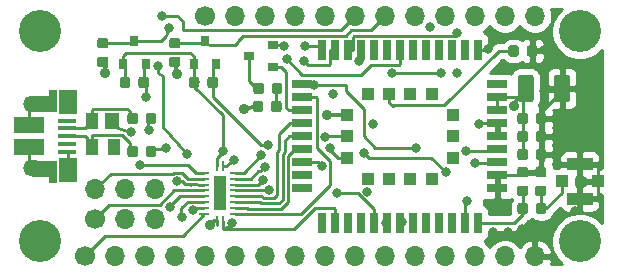
<source format=gbr>
G04 #@! TF.GenerationSoftware,KiCad,Pcbnew,(5.1.5)-3*
G04 #@! TF.CreationDate,2019-12-24T16:56:49-08:00*
G04 #@! TF.ProjectId,NBIoT Wing,4e42496f-5420-4576-996e-672e6b696361,rev?*
G04 #@! TF.SameCoordinates,Original*
G04 #@! TF.FileFunction,Copper,L1,Top*
G04 #@! TF.FilePolarity,Positive*
%FSLAX46Y46*%
G04 Gerber Fmt 4.6, Leading zero omitted, Abs format (unit mm)*
G04 Created by KiCad (PCBNEW (5.1.5)-3) date 2019-12-24 16:56:49*
%MOMM*%
%LPD*%
G04 APERTURE LIST*
%ADD10C,1.700000*%
%ADD11O,1.700000X1.700000*%
%ADD12C,3.556000*%
%ADD13R,2.200000X1.050000*%
%ADD14R,1.000000X1.000000*%
%ADD15C,0.100000*%
%ADD16R,1.200000X1.400000*%
%ADD17R,1.000000X1.400000*%
%ADD18R,2.000000X1.350000*%
%ADD19R,0.700000X1.825000*%
%ADD20R,1.500000X2.000000*%
%ADD21R,1.650000X0.400000*%
%ADD22O,1.500000X1.100000*%
%ADD23O,1.700000X1.350000*%
%ADD24R,2.500000X1.430000*%
%ADD25R,0.900000X0.800000*%
%ADD26R,0.800000X0.900000*%
%ADD27R,0.240000X0.900000*%
%ADD28R,0.900000X0.240000*%
%ADD29R,1.000000X2.900000*%
%ADD30R,0.700000X1.800000*%
%ADD31R,1.800000X0.700000*%
%ADD32C,0.800000*%
%ADD33C,0.900000*%
%ADD34C,0.250000*%
%ADD35C,0.350000*%
%ADD36C,0.254000*%
G04 APERTURE END LIST*
D10*
X146050000Y-90170000D03*
D11*
X148590000Y-90170000D03*
X151130000Y-90170000D03*
X153670000Y-90170000D03*
X156210000Y-90170000D03*
X158750000Y-90170000D03*
X161290000Y-90170000D03*
X163830000Y-90170000D03*
X166370000Y-90170000D03*
X168910000Y-90170000D03*
X171450000Y-90170000D03*
X173990000Y-90170000D03*
D10*
X135890000Y-110490000D03*
D11*
X138430000Y-110490000D03*
X140970000Y-110490000D03*
X143510000Y-110490000D03*
X146050000Y-110490000D03*
X148590000Y-110490000D03*
X151130000Y-110490000D03*
X153670000Y-110490000D03*
X156210000Y-110490000D03*
X158750000Y-110490000D03*
X161290000Y-110490000D03*
X163830000Y-110490000D03*
X166370000Y-110490000D03*
X168910000Y-110490000D03*
X171450000Y-110490000D03*
X173990000Y-110490000D03*
D10*
X136779000Y-107315000D03*
D11*
X136779000Y-104775000D03*
X139319000Y-107315000D03*
X139319000Y-104775000D03*
X141859000Y-107315000D03*
X141859000Y-104775000D03*
D12*
X177800000Y-109220000D03*
X132080000Y-109220000D03*
X177800000Y-91440000D03*
X132080000Y-91440000D03*
D13*
X177800000Y-102665000D03*
X177800000Y-105615000D03*
D14*
X179300000Y-104140000D03*
X176300000Y-104140000D03*
G04 #@! TA.AperFunction,SMDPad,CuDef*
D15*
G36*
X173651505Y-95092204D02*
G01*
X173675773Y-95095804D01*
X173699572Y-95101765D01*
X173722671Y-95110030D01*
X173744850Y-95120520D01*
X173765893Y-95133132D01*
X173785599Y-95147747D01*
X173803777Y-95164223D01*
X173820253Y-95182401D01*
X173834868Y-95202107D01*
X173847480Y-95223150D01*
X173857970Y-95245329D01*
X173866235Y-95268428D01*
X173872196Y-95292227D01*
X173875796Y-95316495D01*
X173877000Y-95340999D01*
X173877000Y-97191001D01*
X173875796Y-97215505D01*
X173872196Y-97239773D01*
X173866235Y-97263572D01*
X173857970Y-97286671D01*
X173847480Y-97308850D01*
X173834868Y-97329893D01*
X173820253Y-97349599D01*
X173803777Y-97367777D01*
X173785599Y-97384253D01*
X173765893Y-97398868D01*
X173744850Y-97411480D01*
X173722671Y-97421970D01*
X173699572Y-97430235D01*
X173675773Y-97436196D01*
X173651505Y-97439796D01*
X173627001Y-97441000D01*
X172801999Y-97441000D01*
X172777495Y-97439796D01*
X172753227Y-97436196D01*
X172729428Y-97430235D01*
X172706329Y-97421970D01*
X172684150Y-97411480D01*
X172663107Y-97398868D01*
X172643401Y-97384253D01*
X172625223Y-97367777D01*
X172608747Y-97349599D01*
X172594132Y-97329893D01*
X172581520Y-97308850D01*
X172571030Y-97286671D01*
X172562765Y-97263572D01*
X172556804Y-97239773D01*
X172553204Y-97215505D01*
X172552000Y-97191001D01*
X172552000Y-95340999D01*
X172553204Y-95316495D01*
X172556804Y-95292227D01*
X172562765Y-95268428D01*
X172571030Y-95245329D01*
X172581520Y-95223150D01*
X172594132Y-95202107D01*
X172608747Y-95182401D01*
X172625223Y-95164223D01*
X172643401Y-95147747D01*
X172663107Y-95133132D01*
X172684150Y-95120520D01*
X172706329Y-95110030D01*
X172729428Y-95101765D01*
X172753227Y-95095804D01*
X172777495Y-95092204D01*
X172801999Y-95091000D01*
X173627001Y-95091000D01*
X173651505Y-95092204D01*
G37*
G04 #@! TD.AperFunction*
G04 #@! TA.AperFunction,SMDPad,CuDef*
G36*
X176726505Y-95092204D02*
G01*
X176750773Y-95095804D01*
X176774572Y-95101765D01*
X176797671Y-95110030D01*
X176819850Y-95120520D01*
X176840893Y-95133132D01*
X176860599Y-95147747D01*
X176878777Y-95164223D01*
X176895253Y-95182401D01*
X176909868Y-95202107D01*
X176922480Y-95223150D01*
X176932970Y-95245329D01*
X176941235Y-95268428D01*
X176947196Y-95292227D01*
X176950796Y-95316495D01*
X176952000Y-95340999D01*
X176952000Y-97191001D01*
X176950796Y-97215505D01*
X176947196Y-97239773D01*
X176941235Y-97263572D01*
X176932970Y-97286671D01*
X176922480Y-97308850D01*
X176909868Y-97329893D01*
X176895253Y-97349599D01*
X176878777Y-97367777D01*
X176860599Y-97384253D01*
X176840893Y-97398868D01*
X176819850Y-97411480D01*
X176797671Y-97421970D01*
X176774572Y-97430235D01*
X176750773Y-97436196D01*
X176726505Y-97439796D01*
X176702001Y-97441000D01*
X175876999Y-97441000D01*
X175852495Y-97439796D01*
X175828227Y-97436196D01*
X175804428Y-97430235D01*
X175781329Y-97421970D01*
X175759150Y-97411480D01*
X175738107Y-97398868D01*
X175718401Y-97384253D01*
X175700223Y-97367777D01*
X175683747Y-97349599D01*
X175669132Y-97329893D01*
X175656520Y-97308850D01*
X175646030Y-97286671D01*
X175637765Y-97263572D01*
X175631804Y-97239773D01*
X175628204Y-97215505D01*
X175627000Y-97191001D01*
X175627000Y-95340999D01*
X175628204Y-95316495D01*
X175631804Y-95292227D01*
X175637765Y-95268428D01*
X175646030Y-95245329D01*
X175656520Y-95223150D01*
X175669132Y-95202107D01*
X175683747Y-95182401D01*
X175700223Y-95164223D01*
X175718401Y-95147747D01*
X175738107Y-95133132D01*
X175759150Y-95120520D01*
X175781329Y-95110030D01*
X175804428Y-95101765D01*
X175828227Y-95095804D01*
X175852495Y-95092204D01*
X175876999Y-95091000D01*
X176702001Y-95091000D01*
X176726505Y-95092204D01*
G37*
G04 #@! TD.AperFunction*
G04 #@! TA.AperFunction,SMDPad,CuDef*
G36*
X174763691Y-101380053D02*
G01*
X174784926Y-101383203D01*
X174805750Y-101388419D01*
X174825962Y-101395651D01*
X174845368Y-101404830D01*
X174863781Y-101415866D01*
X174881024Y-101428654D01*
X174896930Y-101443070D01*
X174911346Y-101458976D01*
X174924134Y-101476219D01*
X174935170Y-101494632D01*
X174944349Y-101514038D01*
X174951581Y-101534250D01*
X174956797Y-101555074D01*
X174959947Y-101576309D01*
X174961000Y-101597750D01*
X174961000Y-102110250D01*
X174959947Y-102131691D01*
X174956797Y-102152926D01*
X174951581Y-102173750D01*
X174944349Y-102193962D01*
X174935170Y-102213368D01*
X174924134Y-102231781D01*
X174911346Y-102249024D01*
X174896930Y-102264930D01*
X174881024Y-102279346D01*
X174863781Y-102292134D01*
X174845368Y-102303170D01*
X174825962Y-102312349D01*
X174805750Y-102319581D01*
X174784926Y-102324797D01*
X174763691Y-102327947D01*
X174742250Y-102329000D01*
X174304750Y-102329000D01*
X174283309Y-102327947D01*
X174262074Y-102324797D01*
X174241250Y-102319581D01*
X174221038Y-102312349D01*
X174201632Y-102303170D01*
X174183219Y-102292134D01*
X174165976Y-102279346D01*
X174150070Y-102264930D01*
X174135654Y-102249024D01*
X174122866Y-102231781D01*
X174111830Y-102213368D01*
X174102651Y-102193962D01*
X174095419Y-102173750D01*
X174090203Y-102152926D01*
X174087053Y-102131691D01*
X174086000Y-102110250D01*
X174086000Y-101597750D01*
X174087053Y-101576309D01*
X174090203Y-101555074D01*
X174095419Y-101534250D01*
X174102651Y-101514038D01*
X174111830Y-101494632D01*
X174122866Y-101476219D01*
X174135654Y-101458976D01*
X174150070Y-101443070D01*
X174165976Y-101428654D01*
X174183219Y-101415866D01*
X174201632Y-101404830D01*
X174221038Y-101395651D01*
X174241250Y-101388419D01*
X174262074Y-101383203D01*
X174283309Y-101380053D01*
X174304750Y-101379000D01*
X174742250Y-101379000D01*
X174763691Y-101380053D01*
G37*
G04 #@! TD.AperFunction*
G04 #@! TA.AperFunction,SMDPad,CuDef*
G36*
X173188691Y-101380053D02*
G01*
X173209926Y-101383203D01*
X173230750Y-101388419D01*
X173250962Y-101395651D01*
X173270368Y-101404830D01*
X173288781Y-101415866D01*
X173306024Y-101428654D01*
X173321930Y-101443070D01*
X173336346Y-101458976D01*
X173349134Y-101476219D01*
X173360170Y-101494632D01*
X173369349Y-101514038D01*
X173376581Y-101534250D01*
X173381797Y-101555074D01*
X173384947Y-101576309D01*
X173386000Y-101597750D01*
X173386000Y-102110250D01*
X173384947Y-102131691D01*
X173381797Y-102152926D01*
X173376581Y-102173750D01*
X173369349Y-102193962D01*
X173360170Y-102213368D01*
X173349134Y-102231781D01*
X173336346Y-102249024D01*
X173321930Y-102264930D01*
X173306024Y-102279346D01*
X173288781Y-102292134D01*
X173270368Y-102303170D01*
X173250962Y-102312349D01*
X173230750Y-102319581D01*
X173209926Y-102324797D01*
X173188691Y-102327947D01*
X173167250Y-102329000D01*
X172729750Y-102329000D01*
X172708309Y-102327947D01*
X172687074Y-102324797D01*
X172666250Y-102319581D01*
X172646038Y-102312349D01*
X172626632Y-102303170D01*
X172608219Y-102292134D01*
X172590976Y-102279346D01*
X172575070Y-102264930D01*
X172560654Y-102249024D01*
X172547866Y-102231781D01*
X172536830Y-102213368D01*
X172527651Y-102193962D01*
X172520419Y-102173750D01*
X172515203Y-102152926D01*
X172512053Y-102131691D01*
X172511000Y-102110250D01*
X172511000Y-101597750D01*
X172512053Y-101576309D01*
X172515203Y-101555074D01*
X172520419Y-101534250D01*
X172527651Y-101514038D01*
X172536830Y-101494632D01*
X172547866Y-101476219D01*
X172560654Y-101458976D01*
X172575070Y-101443070D01*
X172590976Y-101428654D01*
X172608219Y-101415866D01*
X172626632Y-101404830D01*
X172646038Y-101395651D01*
X172666250Y-101388419D01*
X172687074Y-101383203D01*
X172708309Y-101380053D01*
X172729750Y-101379000D01*
X173167250Y-101379000D01*
X173188691Y-101380053D01*
G37*
G04 #@! TD.AperFunction*
G04 #@! TA.AperFunction,SMDPad,CuDef*
G36*
X173188691Y-98332053D02*
G01*
X173209926Y-98335203D01*
X173230750Y-98340419D01*
X173250962Y-98347651D01*
X173270368Y-98356830D01*
X173288781Y-98367866D01*
X173306024Y-98380654D01*
X173321930Y-98395070D01*
X173336346Y-98410976D01*
X173349134Y-98428219D01*
X173360170Y-98446632D01*
X173369349Y-98466038D01*
X173376581Y-98486250D01*
X173381797Y-98507074D01*
X173384947Y-98528309D01*
X173386000Y-98549750D01*
X173386000Y-99062250D01*
X173384947Y-99083691D01*
X173381797Y-99104926D01*
X173376581Y-99125750D01*
X173369349Y-99145962D01*
X173360170Y-99165368D01*
X173349134Y-99183781D01*
X173336346Y-99201024D01*
X173321930Y-99216930D01*
X173306024Y-99231346D01*
X173288781Y-99244134D01*
X173270368Y-99255170D01*
X173250962Y-99264349D01*
X173230750Y-99271581D01*
X173209926Y-99276797D01*
X173188691Y-99279947D01*
X173167250Y-99281000D01*
X172729750Y-99281000D01*
X172708309Y-99279947D01*
X172687074Y-99276797D01*
X172666250Y-99271581D01*
X172646038Y-99264349D01*
X172626632Y-99255170D01*
X172608219Y-99244134D01*
X172590976Y-99231346D01*
X172575070Y-99216930D01*
X172560654Y-99201024D01*
X172547866Y-99183781D01*
X172536830Y-99165368D01*
X172527651Y-99145962D01*
X172520419Y-99125750D01*
X172515203Y-99104926D01*
X172512053Y-99083691D01*
X172511000Y-99062250D01*
X172511000Y-98549750D01*
X172512053Y-98528309D01*
X172515203Y-98507074D01*
X172520419Y-98486250D01*
X172527651Y-98466038D01*
X172536830Y-98446632D01*
X172547866Y-98428219D01*
X172560654Y-98410976D01*
X172575070Y-98395070D01*
X172590976Y-98380654D01*
X172608219Y-98367866D01*
X172626632Y-98356830D01*
X172646038Y-98347651D01*
X172666250Y-98340419D01*
X172687074Y-98335203D01*
X172708309Y-98332053D01*
X172729750Y-98331000D01*
X173167250Y-98331000D01*
X173188691Y-98332053D01*
G37*
G04 #@! TD.AperFunction*
G04 #@! TA.AperFunction,SMDPad,CuDef*
G36*
X174763691Y-98332053D02*
G01*
X174784926Y-98335203D01*
X174805750Y-98340419D01*
X174825962Y-98347651D01*
X174845368Y-98356830D01*
X174863781Y-98367866D01*
X174881024Y-98380654D01*
X174896930Y-98395070D01*
X174911346Y-98410976D01*
X174924134Y-98428219D01*
X174935170Y-98446632D01*
X174944349Y-98466038D01*
X174951581Y-98486250D01*
X174956797Y-98507074D01*
X174959947Y-98528309D01*
X174961000Y-98549750D01*
X174961000Y-99062250D01*
X174959947Y-99083691D01*
X174956797Y-99104926D01*
X174951581Y-99125750D01*
X174944349Y-99145962D01*
X174935170Y-99165368D01*
X174924134Y-99183781D01*
X174911346Y-99201024D01*
X174896930Y-99216930D01*
X174881024Y-99231346D01*
X174863781Y-99244134D01*
X174845368Y-99255170D01*
X174825962Y-99264349D01*
X174805750Y-99271581D01*
X174784926Y-99276797D01*
X174763691Y-99279947D01*
X174742250Y-99281000D01*
X174304750Y-99281000D01*
X174283309Y-99279947D01*
X174262074Y-99276797D01*
X174241250Y-99271581D01*
X174221038Y-99264349D01*
X174201632Y-99255170D01*
X174183219Y-99244134D01*
X174165976Y-99231346D01*
X174150070Y-99216930D01*
X174135654Y-99201024D01*
X174122866Y-99183781D01*
X174111830Y-99165368D01*
X174102651Y-99145962D01*
X174095419Y-99125750D01*
X174090203Y-99104926D01*
X174087053Y-99083691D01*
X174086000Y-99062250D01*
X174086000Y-98549750D01*
X174087053Y-98528309D01*
X174090203Y-98507074D01*
X174095419Y-98486250D01*
X174102651Y-98466038D01*
X174111830Y-98446632D01*
X174122866Y-98428219D01*
X174135654Y-98410976D01*
X174150070Y-98395070D01*
X174165976Y-98380654D01*
X174183219Y-98367866D01*
X174201632Y-98356830D01*
X174221038Y-98347651D01*
X174241250Y-98340419D01*
X174262074Y-98335203D01*
X174283309Y-98332053D01*
X174304750Y-98331000D01*
X174742250Y-98331000D01*
X174763691Y-98332053D01*
G37*
G04 #@! TD.AperFunction*
G04 #@! TA.AperFunction,SMDPad,CuDef*
G36*
X174763691Y-99856053D02*
G01*
X174784926Y-99859203D01*
X174805750Y-99864419D01*
X174825962Y-99871651D01*
X174845368Y-99880830D01*
X174863781Y-99891866D01*
X174881024Y-99904654D01*
X174896930Y-99919070D01*
X174911346Y-99934976D01*
X174924134Y-99952219D01*
X174935170Y-99970632D01*
X174944349Y-99990038D01*
X174951581Y-100010250D01*
X174956797Y-100031074D01*
X174959947Y-100052309D01*
X174961000Y-100073750D01*
X174961000Y-100586250D01*
X174959947Y-100607691D01*
X174956797Y-100628926D01*
X174951581Y-100649750D01*
X174944349Y-100669962D01*
X174935170Y-100689368D01*
X174924134Y-100707781D01*
X174911346Y-100725024D01*
X174896930Y-100740930D01*
X174881024Y-100755346D01*
X174863781Y-100768134D01*
X174845368Y-100779170D01*
X174825962Y-100788349D01*
X174805750Y-100795581D01*
X174784926Y-100800797D01*
X174763691Y-100803947D01*
X174742250Y-100805000D01*
X174304750Y-100805000D01*
X174283309Y-100803947D01*
X174262074Y-100800797D01*
X174241250Y-100795581D01*
X174221038Y-100788349D01*
X174201632Y-100779170D01*
X174183219Y-100768134D01*
X174165976Y-100755346D01*
X174150070Y-100740930D01*
X174135654Y-100725024D01*
X174122866Y-100707781D01*
X174111830Y-100689368D01*
X174102651Y-100669962D01*
X174095419Y-100649750D01*
X174090203Y-100628926D01*
X174087053Y-100607691D01*
X174086000Y-100586250D01*
X174086000Y-100073750D01*
X174087053Y-100052309D01*
X174090203Y-100031074D01*
X174095419Y-100010250D01*
X174102651Y-99990038D01*
X174111830Y-99970632D01*
X174122866Y-99952219D01*
X174135654Y-99934976D01*
X174150070Y-99919070D01*
X174165976Y-99904654D01*
X174183219Y-99891866D01*
X174201632Y-99880830D01*
X174221038Y-99871651D01*
X174241250Y-99864419D01*
X174262074Y-99859203D01*
X174283309Y-99856053D01*
X174304750Y-99855000D01*
X174742250Y-99855000D01*
X174763691Y-99856053D01*
G37*
G04 #@! TD.AperFunction*
G04 #@! TA.AperFunction,SMDPad,CuDef*
G36*
X173188691Y-99856053D02*
G01*
X173209926Y-99859203D01*
X173230750Y-99864419D01*
X173250962Y-99871651D01*
X173270368Y-99880830D01*
X173288781Y-99891866D01*
X173306024Y-99904654D01*
X173321930Y-99919070D01*
X173336346Y-99934976D01*
X173349134Y-99952219D01*
X173360170Y-99970632D01*
X173369349Y-99990038D01*
X173376581Y-100010250D01*
X173381797Y-100031074D01*
X173384947Y-100052309D01*
X173386000Y-100073750D01*
X173386000Y-100586250D01*
X173384947Y-100607691D01*
X173381797Y-100628926D01*
X173376581Y-100649750D01*
X173369349Y-100669962D01*
X173360170Y-100689368D01*
X173349134Y-100707781D01*
X173336346Y-100725024D01*
X173321930Y-100740930D01*
X173306024Y-100755346D01*
X173288781Y-100768134D01*
X173270368Y-100779170D01*
X173250962Y-100788349D01*
X173230750Y-100795581D01*
X173209926Y-100800797D01*
X173188691Y-100803947D01*
X173167250Y-100805000D01*
X172729750Y-100805000D01*
X172708309Y-100803947D01*
X172687074Y-100800797D01*
X172666250Y-100795581D01*
X172646038Y-100788349D01*
X172626632Y-100779170D01*
X172608219Y-100768134D01*
X172590976Y-100755346D01*
X172575070Y-100740930D01*
X172560654Y-100725024D01*
X172547866Y-100707781D01*
X172536830Y-100689368D01*
X172527651Y-100669962D01*
X172520419Y-100649750D01*
X172515203Y-100628926D01*
X172512053Y-100607691D01*
X172511000Y-100586250D01*
X172511000Y-100073750D01*
X172512053Y-100052309D01*
X172515203Y-100031074D01*
X172520419Y-100010250D01*
X172527651Y-99990038D01*
X172536830Y-99970632D01*
X172547866Y-99952219D01*
X172560654Y-99934976D01*
X172575070Y-99919070D01*
X172590976Y-99904654D01*
X172608219Y-99891866D01*
X172626632Y-99880830D01*
X172646038Y-99871651D01*
X172666250Y-99864419D01*
X172687074Y-99859203D01*
X172708309Y-99856053D01*
X172729750Y-99855000D01*
X173167250Y-99855000D01*
X173188691Y-99856053D01*
G37*
G04 #@! TD.AperFunction*
D16*
X138176000Y-99060000D03*
D17*
X136456000Y-99060000D03*
X136456000Y-101260000D03*
X138356000Y-101260000D03*
G04 #@! TA.AperFunction,SMDPad,CuDef*
D15*
G36*
X150836691Y-95792053D02*
G01*
X150857926Y-95795203D01*
X150878750Y-95800419D01*
X150898962Y-95807651D01*
X150918368Y-95816830D01*
X150936781Y-95827866D01*
X150954024Y-95840654D01*
X150969930Y-95855070D01*
X150984346Y-95870976D01*
X150997134Y-95888219D01*
X151008170Y-95906632D01*
X151017349Y-95926038D01*
X151024581Y-95946250D01*
X151029797Y-95967074D01*
X151032947Y-95988309D01*
X151034000Y-96009750D01*
X151034000Y-96522250D01*
X151032947Y-96543691D01*
X151029797Y-96564926D01*
X151024581Y-96585750D01*
X151017349Y-96605962D01*
X151008170Y-96625368D01*
X150997134Y-96643781D01*
X150984346Y-96661024D01*
X150969930Y-96676930D01*
X150954024Y-96691346D01*
X150936781Y-96704134D01*
X150918368Y-96715170D01*
X150898962Y-96724349D01*
X150878750Y-96731581D01*
X150857926Y-96736797D01*
X150836691Y-96739947D01*
X150815250Y-96741000D01*
X150377750Y-96741000D01*
X150356309Y-96739947D01*
X150335074Y-96736797D01*
X150314250Y-96731581D01*
X150294038Y-96724349D01*
X150274632Y-96715170D01*
X150256219Y-96704134D01*
X150238976Y-96691346D01*
X150223070Y-96676930D01*
X150208654Y-96661024D01*
X150195866Y-96643781D01*
X150184830Y-96625368D01*
X150175651Y-96605962D01*
X150168419Y-96585750D01*
X150163203Y-96564926D01*
X150160053Y-96543691D01*
X150159000Y-96522250D01*
X150159000Y-96009750D01*
X150160053Y-95988309D01*
X150163203Y-95967074D01*
X150168419Y-95946250D01*
X150175651Y-95926038D01*
X150184830Y-95906632D01*
X150195866Y-95888219D01*
X150208654Y-95870976D01*
X150223070Y-95855070D01*
X150238976Y-95840654D01*
X150256219Y-95827866D01*
X150274632Y-95816830D01*
X150294038Y-95807651D01*
X150314250Y-95800419D01*
X150335074Y-95795203D01*
X150356309Y-95792053D01*
X150377750Y-95791000D01*
X150815250Y-95791000D01*
X150836691Y-95792053D01*
G37*
G04 #@! TD.AperFunction*
G04 #@! TA.AperFunction,SMDPad,CuDef*
G36*
X152411691Y-95792053D02*
G01*
X152432926Y-95795203D01*
X152453750Y-95800419D01*
X152473962Y-95807651D01*
X152493368Y-95816830D01*
X152511781Y-95827866D01*
X152529024Y-95840654D01*
X152544930Y-95855070D01*
X152559346Y-95870976D01*
X152572134Y-95888219D01*
X152583170Y-95906632D01*
X152592349Y-95926038D01*
X152599581Y-95946250D01*
X152604797Y-95967074D01*
X152607947Y-95988309D01*
X152609000Y-96009750D01*
X152609000Y-96522250D01*
X152607947Y-96543691D01*
X152604797Y-96564926D01*
X152599581Y-96585750D01*
X152592349Y-96605962D01*
X152583170Y-96625368D01*
X152572134Y-96643781D01*
X152559346Y-96661024D01*
X152544930Y-96676930D01*
X152529024Y-96691346D01*
X152511781Y-96704134D01*
X152493368Y-96715170D01*
X152473962Y-96724349D01*
X152453750Y-96731581D01*
X152432926Y-96736797D01*
X152411691Y-96739947D01*
X152390250Y-96741000D01*
X151952750Y-96741000D01*
X151931309Y-96739947D01*
X151910074Y-96736797D01*
X151889250Y-96731581D01*
X151869038Y-96724349D01*
X151849632Y-96715170D01*
X151831219Y-96704134D01*
X151813976Y-96691346D01*
X151798070Y-96676930D01*
X151783654Y-96661024D01*
X151770866Y-96643781D01*
X151759830Y-96625368D01*
X151750651Y-96605962D01*
X151743419Y-96585750D01*
X151738203Y-96564926D01*
X151735053Y-96543691D01*
X151734000Y-96522250D01*
X151734000Y-96009750D01*
X151735053Y-95988309D01*
X151738203Y-95967074D01*
X151743419Y-95946250D01*
X151750651Y-95926038D01*
X151759830Y-95906632D01*
X151770866Y-95888219D01*
X151783654Y-95870976D01*
X151798070Y-95855070D01*
X151813976Y-95840654D01*
X151831219Y-95827866D01*
X151849632Y-95816830D01*
X151869038Y-95807651D01*
X151889250Y-95800419D01*
X151910074Y-95795203D01*
X151931309Y-95792053D01*
X151952750Y-95791000D01*
X152390250Y-95791000D01*
X152411691Y-95792053D01*
G37*
G04 #@! TD.AperFunction*
D18*
X132403000Y-103055000D03*
X132403000Y-97575000D03*
D19*
X133153000Y-97355000D03*
X133153000Y-103305000D03*
D20*
X134453000Y-97455000D03*
X134473000Y-103205000D03*
D21*
X134353000Y-99005000D03*
X134353000Y-99655000D03*
X134353000Y-100305000D03*
X134353000Y-100955000D03*
X134353000Y-101605000D03*
D22*
X134473000Y-97885000D03*
X134473000Y-102725000D03*
D23*
X131473000Y-97575000D03*
X131473000Y-103035000D03*
D24*
X131203000Y-99345000D03*
X131203000Y-101265000D03*
D25*
X151812500Y-94485500D03*
X151812500Y-92585500D03*
X149812500Y-93535500D03*
D26*
X145100000Y-94218000D03*
X147000000Y-94218000D03*
X146050000Y-92218000D03*
X140081000Y-92218000D03*
X141031000Y-94218000D03*
X139131000Y-94218000D03*
G04 #@! TA.AperFunction,SMDPad,CuDef*
D15*
G36*
X174001691Y-92617053D02*
G01*
X174022926Y-92620203D01*
X174043750Y-92625419D01*
X174063962Y-92632651D01*
X174083368Y-92641830D01*
X174101781Y-92652866D01*
X174119024Y-92665654D01*
X174134930Y-92680070D01*
X174149346Y-92695976D01*
X174162134Y-92713219D01*
X174173170Y-92731632D01*
X174182349Y-92751038D01*
X174189581Y-92771250D01*
X174194797Y-92792074D01*
X174197947Y-92813309D01*
X174199000Y-92834750D01*
X174199000Y-93347250D01*
X174197947Y-93368691D01*
X174194797Y-93389926D01*
X174189581Y-93410750D01*
X174182349Y-93430962D01*
X174173170Y-93450368D01*
X174162134Y-93468781D01*
X174149346Y-93486024D01*
X174134930Y-93501930D01*
X174119024Y-93516346D01*
X174101781Y-93529134D01*
X174083368Y-93540170D01*
X174063962Y-93549349D01*
X174043750Y-93556581D01*
X174022926Y-93561797D01*
X174001691Y-93564947D01*
X173980250Y-93566000D01*
X173542750Y-93566000D01*
X173521309Y-93564947D01*
X173500074Y-93561797D01*
X173479250Y-93556581D01*
X173459038Y-93549349D01*
X173439632Y-93540170D01*
X173421219Y-93529134D01*
X173403976Y-93516346D01*
X173388070Y-93501930D01*
X173373654Y-93486024D01*
X173360866Y-93468781D01*
X173349830Y-93450368D01*
X173340651Y-93430962D01*
X173333419Y-93410750D01*
X173328203Y-93389926D01*
X173325053Y-93368691D01*
X173324000Y-93347250D01*
X173324000Y-92834750D01*
X173325053Y-92813309D01*
X173328203Y-92792074D01*
X173333419Y-92771250D01*
X173340651Y-92751038D01*
X173349830Y-92731632D01*
X173360866Y-92713219D01*
X173373654Y-92695976D01*
X173388070Y-92680070D01*
X173403976Y-92665654D01*
X173421219Y-92652866D01*
X173439632Y-92641830D01*
X173459038Y-92632651D01*
X173479250Y-92625419D01*
X173500074Y-92620203D01*
X173521309Y-92617053D01*
X173542750Y-92616000D01*
X173980250Y-92616000D01*
X174001691Y-92617053D01*
G37*
G04 #@! TD.AperFunction*
G04 #@! TA.AperFunction,SMDPad,CuDef*
G36*
X172426691Y-92617053D02*
G01*
X172447926Y-92620203D01*
X172468750Y-92625419D01*
X172488962Y-92632651D01*
X172508368Y-92641830D01*
X172526781Y-92652866D01*
X172544024Y-92665654D01*
X172559930Y-92680070D01*
X172574346Y-92695976D01*
X172587134Y-92713219D01*
X172598170Y-92731632D01*
X172607349Y-92751038D01*
X172614581Y-92771250D01*
X172619797Y-92792074D01*
X172622947Y-92813309D01*
X172624000Y-92834750D01*
X172624000Y-93347250D01*
X172622947Y-93368691D01*
X172619797Y-93389926D01*
X172614581Y-93410750D01*
X172607349Y-93430962D01*
X172598170Y-93450368D01*
X172587134Y-93468781D01*
X172574346Y-93486024D01*
X172559930Y-93501930D01*
X172544024Y-93516346D01*
X172526781Y-93529134D01*
X172508368Y-93540170D01*
X172488962Y-93549349D01*
X172468750Y-93556581D01*
X172447926Y-93561797D01*
X172426691Y-93564947D01*
X172405250Y-93566000D01*
X171967750Y-93566000D01*
X171946309Y-93564947D01*
X171925074Y-93561797D01*
X171904250Y-93556581D01*
X171884038Y-93549349D01*
X171864632Y-93540170D01*
X171846219Y-93529134D01*
X171828976Y-93516346D01*
X171813070Y-93501930D01*
X171798654Y-93486024D01*
X171785866Y-93468781D01*
X171774830Y-93450368D01*
X171765651Y-93430962D01*
X171758419Y-93410750D01*
X171753203Y-93389926D01*
X171750053Y-93368691D01*
X171749000Y-93347250D01*
X171749000Y-92834750D01*
X171750053Y-92813309D01*
X171753203Y-92792074D01*
X171758419Y-92771250D01*
X171765651Y-92751038D01*
X171774830Y-92731632D01*
X171785866Y-92713219D01*
X171798654Y-92695976D01*
X171813070Y-92680070D01*
X171828976Y-92665654D01*
X171846219Y-92652866D01*
X171864632Y-92641830D01*
X171884038Y-92632651D01*
X171904250Y-92625419D01*
X171925074Y-92620203D01*
X171946309Y-92617053D01*
X171967750Y-92616000D01*
X172405250Y-92616000D01*
X172426691Y-92617053D01*
G37*
G04 #@! TD.AperFunction*
G04 #@! TA.AperFunction,SMDPad,CuDef*
G36*
X140168691Y-98332053D02*
G01*
X140189926Y-98335203D01*
X140210750Y-98340419D01*
X140230962Y-98347651D01*
X140250368Y-98356830D01*
X140268781Y-98367866D01*
X140286024Y-98380654D01*
X140301930Y-98395070D01*
X140316346Y-98410976D01*
X140329134Y-98428219D01*
X140340170Y-98446632D01*
X140349349Y-98466038D01*
X140356581Y-98486250D01*
X140361797Y-98507074D01*
X140364947Y-98528309D01*
X140366000Y-98549750D01*
X140366000Y-99062250D01*
X140364947Y-99083691D01*
X140361797Y-99104926D01*
X140356581Y-99125750D01*
X140349349Y-99145962D01*
X140340170Y-99165368D01*
X140329134Y-99183781D01*
X140316346Y-99201024D01*
X140301930Y-99216930D01*
X140286024Y-99231346D01*
X140268781Y-99244134D01*
X140250368Y-99255170D01*
X140230962Y-99264349D01*
X140210750Y-99271581D01*
X140189926Y-99276797D01*
X140168691Y-99279947D01*
X140147250Y-99281000D01*
X139709750Y-99281000D01*
X139688309Y-99279947D01*
X139667074Y-99276797D01*
X139646250Y-99271581D01*
X139626038Y-99264349D01*
X139606632Y-99255170D01*
X139588219Y-99244134D01*
X139570976Y-99231346D01*
X139555070Y-99216930D01*
X139540654Y-99201024D01*
X139527866Y-99183781D01*
X139516830Y-99165368D01*
X139507651Y-99145962D01*
X139500419Y-99125750D01*
X139495203Y-99104926D01*
X139492053Y-99083691D01*
X139491000Y-99062250D01*
X139491000Y-98549750D01*
X139492053Y-98528309D01*
X139495203Y-98507074D01*
X139500419Y-98486250D01*
X139507651Y-98466038D01*
X139516830Y-98446632D01*
X139527866Y-98428219D01*
X139540654Y-98410976D01*
X139555070Y-98395070D01*
X139570976Y-98380654D01*
X139588219Y-98367866D01*
X139606632Y-98356830D01*
X139626038Y-98347651D01*
X139646250Y-98340419D01*
X139667074Y-98335203D01*
X139688309Y-98332053D01*
X139709750Y-98331000D01*
X140147250Y-98331000D01*
X140168691Y-98332053D01*
G37*
G04 #@! TD.AperFunction*
G04 #@! TA.AperFunction,SMDPad,CuDef*
G36*
X141743691Y-98332053D02*
G01*
X141764926Y-98335203D01*
X141785750Y-98340419D01*
X141805962Y-98347651D01*
X141825368Y-98356830D01*
X141843781Y-98367866D01*
X141861024Y-98380654D01*
X141876930Y-98395070D01*
X141891346Y-98410976D01*
X141904134Y-98428219D01*
X141915170Y-98446632D01*
X141924349Y-98466038D01*
X141931581Y-98486250D01*
X141936797Y-98507074D01*
X141939947Y-98528309D01*
X141941000Y-98549750D01*
X141941000Y-99062250D01*
X141939947Y-99083691D01*
X141936797Y-99104926D01*
X141931581Y-99125750D01*
X141924349Y-99145962D01*
X141915170Y-99165368D01*
X141904134Y-99183781D01*
X141891346Y-99201024D01*
X141876930Y-99216930D01*
X141861024Y-99231346D01*
X141843781Y-99244134D01*
X141825368Y-99255170D01*
X141805962Y-99264349D01*
X141785750Y-99271581D01*
X141764926Y-99276797D01*
X141743691Y-99279947D01*
X141722250Y-99281000D01*
X141284750Y-99281000D01*
X141263309Y-99279947D01*
X141242074Y-99276797D01*
X141221250Y-99271581D01*
X141201038Y-99264349D01*
X141181632Y-99255170D01*
X141163219Y-99244134D01*
X141145976Y-99231346D01*
X141130070Y-99216930D01*
X141115654Y-99201024D01*
X141102866Y-99183781D01*
X141091830Y-99165368D01*
X141082651Y-99145962D01*
X141075419Y-99125750D01*
X141070203Y-99104926D01*
X141067053Y-99083691D01*
X141066000Y-99062250D01*
X141066000Y-98549750D01*
X141067053Y-98528309D01*
X141070203Y-98507074D01*
X141075419Y-98486250D01*
X141082651Y-98466038D01*
X141091830Y-98446632D01*
X141102866Y-98428219D01*
X141115654Y-98410976D01*
X141130070Y-98395070D01*
X141145976Y-98380654D01*
X141163219Y-98367866D01*
X141181632Y-98356830D01*
X141201038Y-98347651D01*
X141221250Y-98340419D01*
X141242074Y-98335203D01*
X141263309Y-98332053D01*
X141284750Y-98331000D01*
X141722250Y-98331000D01*
X141743691Y-98332053D01*
G37*
G04 #@! TD.AperFunction*
G04 #@! TA.AperFunction,SMDPad,CuDef*
G36*
X141743691Y-101126053D02*
G01*
X141764926Y-101129203D01*
X141785750Y-101134419D01*
X141805962Y-101141651D01*
X141825368Y-101150830D01*
X141843781Y-101161866D01*
X141861024Y-101174654D01*
X141876930Y-101189070D01*
X141891346Y-101204976D01*
X141904134Y-101222219D01*
X141915170Y-101240632D01*
X141924349Y-101260038D01*
X141931581Y-101280250D01*
X141936797Y-101301074D01*
X141939947Y-101322309D01*
X141941000Y-101343750D01*
X141941000Y-101856250D01*
X141939947Y-101877691D01*
X141936797Y-101898926D01*
X141931581Y-101919750D01*
X141924349Y-101939962D01*
X141915170Y-101959368D01*
X141904134Y-101977781D01*
X141891346Y-101995024D01*
X141876930Y-102010930D01*
X141861024Y-102025346D01*
X141843781Y-102038134D01*
X141825368Y-102049170D01*
X141805962Y-102058349D01*
X141785750Y-102065581D01*
X141764926Y-102070797D01*
X141743691Y-102073947D01*
X141722250Y-102075000D01*
X141284750Y-102075000D01*
X141263309Y-102073947D01*
X141242074Y-102070797D01*
X141221250Y-102065581D01*
X141201038Y-102058349D01*
X141181632Y-102049170D01*
X141163219Y-102038134D01*
X141145976Y-102025346D01*
X141130070Y-102010930D01*
X141115654Y-101995024D01*
X141102866Y-101977781D01*
X141091830Y-101959368D01*
X141082651Y-101939962D01*
X141075419Y-101919750D01*
X141070203Y-101898926D01*
X141067053Y-101877691D01*
X141066000Y-101856250D01*
X141066000Y-101343750D01*
X141067053Y-101322309D01*
X141070203Y-101301074D01*
X141075419Y-101280250D01*
X141082651Y-101260038D01*
X141091830Y-101240632D01*
X141102866Y-101222219D01*
X141115654Y-101204976D01*
X141130070Y-101189070D01*
X141145976Y-101174654D01*
X141163219Y-101161866D01*
X141181632Y-101150830D01*
X141201038Y-101141651D01*
X141221250Y-101134419D01*
X141242074Y-101129203D01*
X141263309Y-101126053D01*
X141284750Y-101125000D01*
X141722250Y-101125000D01*
X141743691Y-101126053D01*
G37*
G04 #@! TD.AperFunction*
G04 #@! TA.AperFunction,SMDPad,CuDef*
G36*
X140168691Y-101126053D02*
G01*
X140189926Y-101129203D01*
X140210750Y-101134419D01*
X140230962Y-101141651D01*
X140250368Y-101150830D01*
X140268781Y-101161866D01*
X140286024Y-101174654D01*
X140301930Y-101189070D01*
X140316346Y-101204976D01*
X140329134Y-101222219D01*
X140340170Y-101240632D01*
X140349349Y-101260038D01*
X140356581Y-101280250D01*
X140361797Y-101301074D01*
X140364947Y-101322309D01*
X140366000Y-101343750D01*
X140366000Y-101856250D01*
X140364947Y-101877691D01*
X140361797Y-101898926D01*
X140356581Y-101919750D01*
X140349349Y-101939962D01*
X140340170Y-101959368D01*
X140329134Y-101977781D01*
X140316346Y-101995024D01*
X140301930Y-102010930D01*
X140286024Y-102025346D01*
X140268781Y-102038134D01*
X140250368Y-102049170D01*
X140230962Y-102058349D01*
X140210750Y-102065581D01*
X140189926Y-102070797D01*
X140168691Y-102073947D01*
X140147250Y-102075000D01*
X139709750Y-102075000D01*
X139688309Y-102073947D01*
X139667074Y-102070797D01*
X139646250Y-102065581D01*
X139626038Y-102058349D01*
X139606632Y-102049170D01*
X139588219Y-102038134D01*
X139570976Y-102025346D01*
X139555070Y-102010930D01*
X139540654Y-101995024D01*
X139527866Y-101977781D01*
X139516830Y-101959368D01*
X139507651Y-101939962D01*
X139500419Y-101919750D01*
X139495203Y-101898926D01*
X139492053Y-101877691D01*
X139491000Y-101856250D01*
X139491000Y-101343750D01*
X139492053Y-101322309D01*
X139495203Y-101301074D01*
X139500419Y-101280250D01*
X139507651Y-101260038D01*
X139516830Y-101240632D01*
X139527866Y-101222219D01*
X139540654Y-101204976D01*
X139555070Y-101189070D01*
X139570976Y-101174654D01*
X139588219Y-101161866D01*
X139606632Y-101150830D01*
X139626038Y-101141651D01*
X139646250Y-101134419D01*
X139667074Y-101129203D01*
X139688309Y-101126053D01*
X139709750Y-101125000D01*
X140147250Y-101125000D01*
X140168691Y-101126053D01*
G37*
G04 #@! TD.AperFunction*
G04 #@! TA.AperFunction,SMDPad,CuDef*
G36*
X150773191Y-97316053D02*
G01*
X150794426Y-97319203D01*
X150815250Y-97324419D01*
X150835462Y-97331651D01*
X150854868Y-97340830D01*
X150873281Y-97351866D01*
X150890524Y-97364654D01*
X150906430Y-97379070D01*
X150920846Y-97394976D01*
X150933634Y-97412219D01*
X150944670Y-97430632D01*
X150953849Y-97450038D01*
X150961081Y-97470250D01*
X150966297Y-97491074D01*
X150969447Y-97512309D01*
X150970500Y-97533750D01*
X150970500Y-98046250D01*
X150969447Y-98067691D01*
X150966297Y-98088926D01*
X150961081Y-98109750D01*
X150953849Y-98129962D01*
X150944670Y-98149368D01*
X150933634Y-98167781D01*
X150920846Y-98185024D01*
X150906430Y-98200930D01*
X150890524Y-98215346D01*
X150873281Y-98228134D01*
X150854868Y-98239170D01*
X150835462Y-98248349D01*
X150815250Y-98255581D01*
X150794426Y-98260797D01*
X150773191Y-98263947D01*
X150751750Y-98265000D01*
X150314250Y-98265000D01*
X150292809Y-98263947D01*
X150271574Y-98260797D01*
X150250750Y-98255581D01*
X150230538Y-98248349D01*
X150211132Y-98239170D01*
X150192719Y-98228134D01*
X150175476Y-98215346D01*
X150159570Y-98200930D01*
X150145154Y-98185024D01*
X150132366Y-98167781D01*
X150121330Y-98149368D01*
X150112151Y-98129962D01*
X150104919Y-98109750D01*
X150099703Y-98088926D01*
X150096553Y-98067691D01*
X150095500Y-98046250D01*
X150095500Y-97533750D01*
X150096553Y-97512309D01*
X150099703Y-97491074D01*
X150104919Y-97470250D01*
X150112151Y-97450038D01*
X150121330Y-97430632D01*
X150132366Y-97412219D01*
X150145154Y-97394976D01*
X150159570Y-97379070D01*
X150175476Y-97364654D01*
X150192719Y-97351866D01*
X150211132Y-97340830D01*
X150230538Y-97331651D01*
X150250750Y-97324419D01*
X150271574Y-97319203D01*
X150292809Y-97316053D01*
X150314250Y-97315000D01*
X150751750Y-97315000D01*
X150773191Y-97316053D01*
G37*
G04 #@! TD.AperFunction*
G04 #@! TA.AperFunction,SMDPad,CuDef*
G36*
X152348191Y-97316053D02*
G01*
X152369426Y-97319203D01*
X152390250Y-97324419D01*
X152410462Y-97331651D01*
X152429868Y-97340830D01*
X152448281Y-97351866D01*
X152465524Y-97364654D01*
X152481430Y-97379070D01*
X152495846Y-97394976D01*
X152508634Y-97412219D01*
X152519670Y-97430632D01*
X152528849Y-97450038D01*
X152536081Y-97470250D01*
X152541297Y-97491074D01*
X152544447Y-97512309D01*
X152545500Y-97533750D01*
X152545500Y-98046250D01*
X152544447Y-98067691D01*
X152541297Y-98088926D01*
X152536081Y-98109750D01*
X152528849Y-98129962D01*
X152519670Y-98149368D01*
X152508634Y-98167781D01*
X152495846Y-98185024D01*
X152481430Y-98200930D01*
X152465524Y-98215346D01*
X152448281Y-98228134D01*
X152429868Y-98239170D01*
X152410462Y-98248349D01*
X152390250Y-98255581D01*
X152369426Y-98260797D01*
X152348191Y-98263947D01*
X152326750Y-98265000D01*
X151889250Y-98265000D01*
X151867809Y-98263947D01*
X151846574Y-98260797D01*
X151825750Y-98255581D01*
X151805538Y-98248349D01*
X151786132Y-98239170D01*
X151767719Y-98228134D01*
X151750476Y-98215346D01*
X151734570Y-98200930D01*
X151720154Y-98185024D01*
X151707366Y-98167781D01*
X151696330Y-98149368D01*
X151687151Y-98129962D01*
X151679919Y-98109750D01*
X151674703Y-98088926D01*
X151671553Y-98067691D01*
X151670500Y-98046250D01*
X151670500Y-97533750D01*
X151671553Y-97512309D01*
X151674703Y-97491074D01*
X151679919Y-97470250D01*
X151687151Y-97450038D01*
X151696330Y-97430632D01*
X151707366Y-97412219D01*
X151720154Y-97394976D01*
X151734570Y-97379070D01*
X151750476Y-97364654D01*
X151767719Y-97351866D01*
X151786132Y-97340830D01*
X151805538Y-97331651D01*
X151825750Y-97324419D01*
X151846574Y-97319203D01*
X151867809Y-97316053D01*
X151889250Y-97315000D01*
X152326750Y-97315000D01*
X152348191Y-97316053D01*
G37*
G04 #@! TD.AperFunction*
G04 #@! TA.AperFunction,SMDPad,CuDef*
G36*
X145375691Y-95284053D02*
G01*
X145396926Y-95287203D01*
X145417750Y-95292419D01*
X145437962Y-95299651D01*
X145457368Y-95308830D01*
X145475781Y-95319866D01*
X145493024Y-95332654D01*
X145508930Y-95347070D01*
X145523346Y-95362976D01*
X145536134Y-95380219D01*
X145547170Y-95398632D01*
X145556349Y-95418038D01*
X145563581Y-95438250D01*
X145568797Y-95459074D01*
X145571947Y-95480309D01*
X145573000Y-95501750D01*
X145573000Y-96014250D01*
X145571947Y-96035691D01*
X145568797Y-96056926D01*
X145563581Y-96077750D01*
X145556349Y-96097962D01*
X145547170Y-96117368D01*
X145536134Y-96135781D01*
X145523346Y-96153024D01*
X145508930Y-96168930D01*
X145493024Y-96183346D01*
X145475781Y-96196134D01*
X145457368Y-96207170D01*
X145437962Y-96216349D01*
X145417750Y-96223581D01*
X145396926Y-96228797D01*
X145375691Y-96231947D01*
X145354250Y-96233000D01*
X144916750Y-96233000D01*
X144895309Y-96231947D01*
X144874074Y-96228797D01*
X144853250Y-96223581D01*
X144833038Y-96216349D01*
X144813632Y-96207170D01*
X144795219Y-96196134D01*
X144777976Y-96183346D01*
X144762070Y-96168930D01*
X144747654Y-96153024D01*
X144734866Y-96135781D01*
X144723830Y-96117368D01*
X144714651Y-96097962D01*
X144707419Y-96077750D01*
X144702203Y-96056926D01*
X144699053Y-96035691D01*
X144698000Y-96014250D01*
X144698000Y-95501750D01*
X144699053Y-95480309D01*
X144702203Y-95459074D01*
X144707419Y-95438250D01*
X144714651Y-95418038D01*
X144723830Y-95398632D01*
X144734866Y-95380219D01*
X144747654Y-95362976D01*
X144762070Y-95347070D01*
X144777976Y-95332654D01*
X144795219Y-95319866D01*
X144813632Y-95308830D01*
X144833038Y-95299651D01*
X144853250Y-95292419D01*
X144874074Y-95287203D01*
X144895309Y-95284053D01*
X144916750Y-95283000D01*
X145354250Y-95283000D01*
X145375691Y-95284053D01*
G37*
G04 #@! TD.AperFunction*
G04 #@! TA.AperFunction,SMDPad,CuDef*
G36*
X146950691Y-95284053D02*
G01*
X146971926Y-95287203D01*
X146992750Y-95292419D01*
X147012962Y-95299651D01*
X147032368Y-95308830D01*
X147050781Y-95319866D01*
X147068024Y-95332654D01*
X147083930Y-95347070D01*
X147098346Y-95362976D01*
X147111134Y-95380219D01*
X147122170Y-95398632D01*
X147131349Y-95418038D01*
X147138581Y-95438250D01*
X147143797Y-95459074D01*
X147146947Y-95480309D01*
X147148000Y-95501750D01*
X147148000Y-96014250D01*
X147146947Y-96035691D01*
X147143797Y-96056926D01*
X147138581Y-96077750D01*
X147131349Y-96097962D01*
X147122170Y-96117368D01*
X147111134Y-96135781D01*
X147098346Y-96153024D01*
X147083930Y-96168930D01*
X147068024Y-96183346D01*
X147050781Y-96196134D01*
X147032368Y-96207170D01*
X147012962Y-96216349D01*
X146992750Y-96223581D01*
X146971926Y-96228797D01*
X146950691Y-96231947D01*
X146929250Y-96233000D01*
X146491750Y-96233000D01*
X146470309Y-96231947D01*
X146449074Y-96228797D01*
X146428250Y-96223581D01*
X146408038Y-96216349D01*
X146388632Y-96207170D01*
X146370219Y-96196134D01*
X146352976Y-96183346D01*
X146337070Y-96168930D01*
X146322654Y-96153024D01*
X146309866Y-96135781D01*
X146298830Y-96117368D01*
X146289651Y-96097962D01*
X146282419Y-96077750D01*
X146277203Y-96056926D01*
X146274053Y-96035691D01*
X146273000Y-96014250D01*
X146273000Y-95501750D01*
X146274053Y-95480309D01*
X146277203Y-95459074D01*
X146282419Y-95438250D01*
X146289651Y-95418038D01*
X146298830Y-95398632D01*
X146309866Y-95380219D01*
X146322654Y-95362976D01*
X146337070Y-95347070D01*
X146352976Y-95332654D01*
X146370219Y-95319866D01*
X146388632Y-95308830D01*
X146408038Y-95299651D01*
X146428250Y-95292419D01*
X146449074Y-95287203D01*
X146470309Y-95284053D01*
X146491750Y-95283000D01*
X146929250Y-95283000D01*
X146950691Y-95284053D01*
G37*
G04 #@! TD.AperFunction*
G04 #@! TA.AperFunction,SMDPad,CuDef*
G36*
X141108691Y-95284053D02*
G01*
X141129926Y-95287203D01*
X141150750Y-95292419D01*
X141170962Y-95299651D01*
X141190368Y-95308830D01*
X141208781Y-95319866D01*
X141226024Y-95332654D01*
X141241930Y-95347070D01*
X141256346Y-95362976D01*
X141269134Y-95380219D01*
X141280170Y-95398632D01*
X141289349Y-95418038D01*
X141296581Y-95438250D01*
X141301797Y-95459074D01*
X141304947Y-95480309D01*
X141306000Y-95501750D01*
X141306000Y-96014250D01*
X141304947Y-96035691D01*
X141301797Y-96056926D01*
X141296581Y-96077750D01*
X141289349Y-96097962D01*
X141280170Y-96117368D01*
X141269134Y-96135781D01*
X141256346Y-96153024D01*
X141241930Y-96168930D01*
X141226024Y-96183346D01*
X141208781Y-96196134D01*
X141190368Y-96207170D01*
X141170962Y-96216349D01*
X141150750Y-96223581D01*
X141129926Y-96228797D01*
X141108691Y-96231947D01*
X141087250Y-96233000D01*
X140649750Y-96233000D01*
X140628309Y-96231947D01*
X140607074Y-96228797D01*
X140586250Y-96223581D01*
X140566038Y-96216349D01*
X140546632Y-96207170D01*
X140528219Y-96196134D01*
X140510976Y-96183346D01*
X140495070Y-96168930D01*
X140480654Y-96153024D01*
X140467866Y-96135781D01*
X140456830Y-96117368D01*
X140447651Y-96097962D01*
X140440419Y-96077750D01*
X140435203Y-96056926D01*
X140432053Y-96035691D01*
X140431000Y-96014250D01*
X140431000Y-95501750D01*
X140432053Y-95480309D01*
X140435203Y-95459074D01*
X140440419Y-95438250D01*
X140447651Y-95418038D01*
X140456830Y-95398632D01*
X140467866Y-95380219D01*
X140480654Y-95362976D01*
X140495070Y-95347070D01*
X140510976Y-95332654D01*
X140528219Y-95319866D01*
X140546632Y-95308830D01*
X140566038Y-95299651D01*
X140586250Y-95292419D01*
X140607074Y-95287203D01*
X140628309Y-95284053D01*
X140649750Y-95283000D01*
X141087250Y-95283000D01*
X141108691Y-95284053D01*
G37*
G04 #@! TD.AperFunction*
G04 #@! TA.AperFunction,SMDPad,CuDef*
G36*
X139533691Y-95284053D02*
G01*
X139554926Y-95287203D01*
X139575750Y-95292419D01*
X139595962Y-95299651D01*
X139615368Y-95308830D01*
X139633781Y-95319866D01*
X139651024Y-95332654D01*
X139666930Y-95347070D01*
X139681346Y-95362976D01*
X139694134Y-95380219D01*
X139705170Y-95398632D01*
X139714349Y-95418038D01*
X139721581Y-95438250D01*
X139726797Y-95459074D01*
X139729947Y-95480309D01*
X139731000Y-95501750D01*
X139731000Y-96014250D01*
X139729947Y-96035691D01*
X139726797Y-96056926D01*
X139721581Y-96077750D01*
X139714349Y-96097962D01*
X139705170Y-96117368D01*
X139694134Y-96135781D01*
X139681346Y-96153024D01*
X139666930Y-96168930D01*
X139651024Y-96183346D01*
X139633781Y-96196134D01*
X139615368Y-96207170D01*
X139595962Y-96216349D01*
X139575750Y-96223581D01*
X139554926Y-96228797D01*
X139533691Y-96231947D01*
X139512250Y-96233000D01*
X139074750Y-96233000D01*
X139053309Y-96231947D01*
X139032074Y-96228797D01*
X139011250Y-96223581D01*
X138991038Y-96216349D01*
X138971632Y-96207170D01*
X138953219Y-96196134D01*
X138935976Y-96183346D01*
X138920070Y-96168930D01*
X138905654Y-96153024D01*
X138892866Y-96135781D01*
X138881830Y-96117368D01*
X138872651Y-96097962D01*
X138865419Y-96077750D01*
X138860203Y-96056926D01*
X138857053Y-96035691D01*
X138856000Y-96014250D01*
X138856000Y-95501750D01*
X138857053Y-95480309D01*
X138860203Y-95459074D01*
X138865419Y-95438250D01*
X138872651Y-95418038D01*
X138881830Y-95398632D01*
X138892866Y-95380219D01*
X138905654Y-95362976D01*
X138920070Y-95347070D01*
X138935976Y-95332654D01*
X138953219Y-95319866D01*
X138971632Y-95308830D01*
X138991038Y-95299651D01*
X139011250Y-95292419D01*
X139032074Y-95287203D01*
X139053309Y-95284053D01*
X139074750Y-95283000D01*
X139512250Y-95283000D01*
X139533691Y-95284053D01*
G37*
G04 #@! TD.AperFunction*
G04 #@! TA.AperFunction,SMDPad,CuDef*
G36*
X143787691Y-93569053D02*
G01*
X143808926Y-93572203D01*
X143829750Y-93577419D01*
X143849962Y-93584651D01*
X143869368Y-93593830D01*
X143887781Y-93604866D01*
X143905024Y-93617654D01*
X143920930Y-93632070D01*
X143935346Y-93647976D01*
X143948134Y-93665219D01*
X143959170Y-93683632D01*
X143968349Y-93703038D01*
X143975581Y-93723250D01*
X143980797Y-93744074D01*
X143983947Y-93765309D01*
X143985000Y-93786750D01*
X143985000Y-94224250D01*
X143983947Y-94245691D01*
X143980797Y-94266926D01*
X143975581Y-94287750D01*
X143968349Y-94307962D01*
X143959170Y-94327368D01*
X143948134Y-94345781D01*
X143935346Y-94363024D01*
X143920930Y-94378930D01*
X143905024Y-94393346D01*
X143887781Y-94406134D01*
X143869368Y-94417170D01*
X143849962Y-94426349D01*
X143829750Y-94433581D01*
X143808926Y-94438797D01*
X143787691Y-94441947D01*
X143766250Y-94443000D01*
X143253750Y-94443000D01*
X143232309Y-94441947D01*
X143211074Y-94438797D01*
X143190250Y-94433581D01*
X143170038Y-94426349D01*
X143150632Y-94417170D01*
X143132219Y-94406134D01*
X143114976Y-94393346D01*
X143099070Y-94378930D01*
X143084654Y-94363024D01*
X143071866Y-94345781D01*
X143060830Y-94327368D01*
X143051651Y-94307962D01*
X143044419Y-94287750D01*
X143039203Y-94266926D01*
X143036053Y-94245691D01*
X143035000Y-94224250D01*
X143035000Y-93786750D01*
X143036053Y-93765309D01*
X143039203Y-93744074D01*
X143044419Y-93723250D01*
X143051651Y-93703038D01*
X143060830Y-93683632D01*
X143071866Y-93665219D01*
X143084654Y-93647976D01*
X143099070Y-93632070D01*
X143114976Y-93617654D01*
X143132219Y-93604866D01*
X143150632Y-93593830D01*
X143170038Y-93584651D01*
X143190250Y-93577419D01*
X143211074Y-93572203D01*
X143232309Y-93569053D01*
X143253750Y-93568000D01*
X143766250Y-93568000D01*
X143787691Y-93569053D01*
G37*
G04 #@! TD.AperFunction*
G04 #@! TA.AperFunction,SMDPad,CuDef*
G36*
X143787691Y-91994053D02*
G01*
X143808926Y-91997203D01*
X143829750Y-92002419D01*
X143849962Y-92009651D01*
X143869368Y-92018830D01*
X143887781Y-92029866D01*
X143905024Y-92042654D01*
X143920930Y-92057070D01*
X143935346Y-92072976D01*
X143948134Y-92090219D01*
X143959170Y-92108632D01*
X143968349Y-92128038D01*
X143975581Y-92148250D01*
X143980797Y-92169074D01*
X143983947Y-92190309D01*
X143985000Y-92211750D01*
X143985000Y-92649250D01*
X143983947Y-92670691D01*
X143980797Y-92691926D01*
X143975581Y-92712750D01*
X143968349Y-92732962D01*
X143959170Y-92752368D01*
X143948134Y-92770781D01*
X143935346Y-92788024D01*
X143920930Y-92803930D01*
X143905024Y-92818346D01*
X143887781Y-92831134D01*
X143869368Y-92842170D01*
X143849962Y-92851349D01*
X143829750Y-92858581D01*
X143808926Y-92863797D01*
X143787691Y-92866947D01*
X143766250Y-92868000D01*
X143253750Y-92868000D01*
X143232309Y-92866947D01*
X143211074Y-92863797D01*
X143190250Y-92858581D01*
X143170038Y-92851349D01*
X143150632Y-92842170D01*
X143132219Y-92831134D01*
X143114976Y-92818346D01*
X143099070Y-92803930D01*
X143084654Y-92788024D01*
X143071866Y-92770781D01*
X143060830Y-92752368D01*
X143051651Y-92732962D01*
X143044419Y-92712750D01*
X143039203Y-92691926D01*
X143036053Y-92670691D01*
X143035000Y-92649250D01*
X143035000Y-92211750D01*
X143036053Y-92190309D01*
X143039203Y-92169074D01*
X143044419Y-92148250D01*
X143051651Y-92128038D01*
X143060830Y-92108632D01*
X143071866Y-92090219D01*
X143084654Y-92072976D01*
X143099070Y-92057070D01*
X143114976Y-92042654D01*
X143132219Y-92029866D01*
X143150632Y-92018830D01*
X143170038Y-92009651D01*
X143190250Y-92002419D01*
X143211074Y-91997203D01*
X143232309Y-91994053D01*
X143253750Y-91993000D01*
X143766250Y-91993000D01*
X143787691Y-91994053D01*
G37*
G04 #@! TD.AperFunction*
G04 #@! TA.AperFunction,SMDPad,CuDef*
G36*
X137691691Y-93569053D02*
G01*
X137712926Y-93572203D01*
X137733750Y-93577419D01*
X137753962Y-93584651D01*
X137773368Y-93593830D01*
X137791781Y-93604866D01*
X137809024Y-93617654D01*
X137824930Y-93632070D01*
X137839346Y-93647976D01*
X137852134Y-93665219D01*
X137863170Y-93683632D01*
X137872349Y-93703038D01*
X137879581Y-93723250D01*
X137884797Y-93744074D01*
X137887947Y-93765309D01*
X137889000Y-93786750D01*
X137889000Y-94224250D01*
X137887947Y-94245691D01*
X137884797Y-94266926D01*
X137879581Y-94287750D01*
X137872349Y-94307962D01*
X137863170Y-94327368D01*
X137852134Y-94345781D01*
X137839346Y-94363024D01*
X137824930Y-94378930D01*
X137809024Y-94393346D01*
X137791781Y-94406134D01*
X137773368Y-94417170D01*
X137753962Y-94426349D01*
X137733750Y-94433581D01*
X137712926Y-94438797D01*
X137691691Y-94441947D01*
X137670250Y-94443000D01*
X137157750Y-94443000D01*
X137136309Y-94441947D01*
X137115074Y-94438797D01*
X137094250Y-94433581D01*
X137074038Y-94426349D01*
X137054632Y-94417170D01*
X137036219Y-94406134D01*
X137018976Y-94393346D01*
X137003070Y-94378930D01*
X136988654Y-94363024D01*
X136975866Y-94345781D01*
X136964830Y-94327368D01*
X136955651Y-94307962D01*
X136948419Y-94287750D01*
X136943203Y-94266926D01*
X136940053Y-94245691D01*
X136939000Y-94224250D01*
X136939000Y-93786750D01*
X136940053Y-93765309D01*
X136943203Y-93744074D01*
X136948419Y-93723250D01*
X136955651Y-93703038D01*
X136964830Y-93683632D01*
X136975866Y-93665219D01*
X136988654Y-93647976D01*
X137003070Y-93632070D01*
X137018976Y-93617654D01*
X137036219Y-93604866D01*
X137054632Y-93593830D01*
X137074038Y-93584651D01*
X137094250Y-93577419D01*
X137115074Y-93572203D01*
X137136309Y-93569053D01*
X137157750Y-93568000D01*
X137670250Y-93568000D01*
X137691691Y-93569053D01*
G37*
G04 #@! TD.AperFunction*
G04 #@! TA.AperFunction,SMDPad,CuDef*
G36*
X137691691Y-91994053D02*
G01*
X137712926Y-91997203D01*
X137733750Y-92002419D01*
X137753962Y-92009651D01*
X137773368Y-92018830D01*
X137791781Y-92029866D01*
X137809024Y-92042654D01*
X137824930Y-92057070D01*
X137839346Y-92072976D01*
X137852134Y-92090219D01*
X137863170Y-92108632D01*
X137872349Y-92128038D01*
X137879581Y-92148250D01*
X137884797Y-92169074D01*
X137887947Y-92190309D01*
X137889000Y-92211750D01*
X137889000Y-92649250D01*
X137887947Y-92670691D01*
X137884797Y-92691926D01*
X137879581Y-92712750D01*
X137872349Y-92732962D01*
X137863170Y-92752368D01*
X137852134Y-92770781D01*
X137839346Y-92788024D01*
X137824930Y-92803930D01*
X137809024Y-92818346D01*
X137791781Y-92831134D01*
X137773368Y-92842170D01*
X137753962Y-92851349D01*
X137733750Y-92858581D01*
X137712926Y-92863797D01*
X137691691Y-92866947D01*
X137670250Y-92868000D01*
X137157750Y-92868000D01*
X137136309Y-92866947D01*
X137115074Y-92863797D01*
X137094250Y-92858581D01*
X137074038Y-92851349D01*
X137054632Y-92842170D01*
X137036219Y-92831134D01*
X137018976Y-92818346D01*
X137003070Y-92803930D01*
X136988654Y-92788024D01*
X136975866Y-92770781D01*
X136964830Y-92752368D01*
X136955651Y-92732962D01*
X136948419Y-92712750D01*
X136943203Y-92691926D01*
X136940053Y-92670691D01*
X136939000Y-92649250D01*
X136939000Y-92211750D01*
X136940053Y-92190309D01*
X136943203Y-92169074D01*
X136948419Y-92148250D01*
X136955651Y-92128038D01*
X136964830Y-92108632D01*
X136975866Y-92090219D01*
X136988654Y-92072976D01*
X137003070Y-92057070D01*
X137018976Y-92042654D01*
X137036219Y-92029866D01*
X137054632Y-92018830D01*
X137074038Y-92009651D01*
X137094250Y-92002419D01*
X137115074Y-91997203D01*
X137136309Y-91994053D01*
X137157750Y-91993000D01*
X137670250Y-91993000D01*
X137691691Y-91994053D01*
G37*
G04 #@! TD.AperFunction*
D27*
X147570000Y-107456000D03*
X147070000Y-107456000D03*
X147570000Y-102856000D03*
X147070000Y-102856000D03*
D28*
X148620000Y-106906000D03*
X148620000Y-106406000D03*
X148620000Y-105906000D03*
X148620000Y-105406000D03*
X148620000Y-104906000D03*
X148620000Y-104406000D03*
X148620000Y-103906000D03*
X148620000Y-103406000D03*
X146020000Y-106906000D03*
X146020000Y-106406000D03*
X146020000Y-105906000D03*
X146020000Y-105406000D03*
X146020000Y-104906000D03*
X146020000Y-104406000D03*
X146020000Y-103906000D03*
X146020000Y-103406000D03*
D29*
X147320000Y-105156000D03*
D30*
X169160000Y-93030000D03*
X168060000Y-93030000D03*
X166960000Y-93030000D03*
X165860000Y-93030000D03*
X164760000Y-93030000D03*
X163660000Y-93030000D03*
X162560000Y-93030000D03*
X161460000Y-93030000D03*
X160360000Y-93030000D03*
X159260000Y-93030000D03*
X158160000Y-93030000D03*
X157060000Y-93030000D03*
X155960000Y-93030000D03*
D31*
X154310000Y-95930000D03*
X154310000Y-97030000D03*
X154310000Y-98130000D03*
X154310000Y-99230000D03*
X154310000Y-100330000D03*
X154310000Y-101430000D03*
X154310000Y-102530000D03*
X154310000Y-103630000D03*
X154310000Y-104730000D03*
D30*
X155960000Y-107630000D03*
X157060000Y-107630000D03*
X158160000Y-107630000D03*
X159260000Y-107630000D03*
X161460000Y-107630000D03*
X162560000Y-107630000D03*
X163660000Y-107630000D03*
X164760000Y-107630000D03*
X165860000Y-107630000D03*
X166960000Y-107630000D03*
X168060000Y-107630000D03*
X169160000Y-107630000D03*
D31*
X170810000Y-104730000D03*
X170810000Y-103630000D03*
X170810000Y-102530000D03*
X170810000Y-101430000D03*
X170810000Y-100330000D03*
X170810000Y-99230000D03*
X170810000Y-98130000D03*
X170810000Y-97030000D03*
X170810000Y-95930000D03*
D14*
X165260000Y-96730000D03*
X163460000Y-96730000D03*
X161660000Y-96730000D03*
X159860000Y-96730000D03*
X158060000Y-98530000D03*
X158060000Y-100330000D03*
X158060000Y-102130000D03*
X159860000Y-103930000D03*
X161660000Y-103930000D03*
X163460000Y-103930000D03*
X165260000Y-103930000D03*
X167060000Y-102130000D03*
X167060000Y-100330000D03*
X167060000Y-98530000D03*
D30*
X160360000Y-107630000D03*
G04 #@! TA.AperFunction,SMDPad,CuDef*
D15*
G36*
X173251691Y-102916053D02*
G01*
X173272926Y-102919203D01*
X173293750Y-102924419D01*
X173313962Y-102931651D01*
X173333368Y-102940830D01*
X173351781Y-102951866D01*
X173369024Y-102964654D01*
X173384930Y-102979070D01*
X173399346Y-102994976D01*
X173412134Y-103012219D01*
X173423170Y-103030632D01*
X173432349Y-103050038D01*
X173439581Y-103070250D01*
X173444797Y-103091074D01*
X173447947Y-103112309D01*
X173449000Y-103133750D01*
X173449000Y-103571250D01*
X173447947Y-103592691D01*
X173444797Y-103613926D01*
X173439581Y-103634750D01*
X173432349Y-103654962D01*
X173423170Y-103674368D01*
X173412134Y-103692781D01*
X173399346Y-103710024D01*
X173384930Y-103725930D01*
X173369024Y-103740346D01*
X173351781Y-103753134D01*
X173333368Y-103764170D01*
X173313962Y-103773349D01*
X173293750Y-103780581D01*
X173272926Y-103785797D01*
X173251691Y-103788947D01*
X173230250Y-103790000D01*
X172717750Y-103790000D01*
X172696309Y-103788947D01*
X172675074Y-103785797D01*
X172654250Y-103780581D01*
X172634038Y-103773349D01*
X172614632Y-103764170D01*
X172596219Y-103753134D01*
X172578976Y-103740346D01*
X172563070Y-103725930D01*
X172548654Y-103710024D01*
X172535866Y-103692781D01*
X172524830Y-103674368D01*
X172515651Y-103654962D01*
X172508419Y-103634750D01*
X172503203Y-103613926D01*
X172500053Y-103592691D01*
X172499000Y-103571250D01*
X172499000Y-103133750D01*
X172500053Y-103112309D01*
X172503203Y-103091074D01*
X172508419Y-103070250D01*
X172515651Y-103050038D01*
X172524830Y-103030632D01*
X172535866Y-103012219D01*
X172548654Y-102994976D01*
X172563070Y-102979070D01*
X172578976Y-102964654D01*
X172596219Y-102951866D01*
X172614632Y-102940830D01*
X172634038Y-102931651D01*
X172654250Y-102924419D01*
X172675074Y-102919203D01*
X172696309Y-102916053D01*
X172717750Y-102915000D01*
X173230250Y-102915000D01*
X173251691Y-102916053D01*
G37*
G04 #@! TD.AperFunction*
G04 #@! TA.AperFunction,SMDPad,CuDef*
G36*
X173251691Y-104491053D02*
G01*
X173272926Y-104494203D01*
X173293750Y-104499419D01*
X173313962Y-104506651D01*
X173333368Y-104515830D01*
X173351781Y-104526866D01*
X173369024Y-104539654D01*
X173384930Y-104554070D01*
X173399346Y-104569976D01*
X173412134Y-104587219D01*
X173423170Y-104605632D01*
X173432349Y-104625038D01*
X173439581Y-104645250D01*
X173444797Y-104666074D01*
X173447947Y-104687309D01*
X173449000Y-104708750D01*
X173449000Y-105146250D01*
X173447947Y-105167691D01*
X173444797Y-105188926D01*
X173439581Y-105209750D01*
X173432349Y-105229962D01*
X173423170Y-105249368D01*
X173412134Y-105267781D01*
X173399346Y-105285024D01*
X173384930Y-105300930D01*
X173369024Y-105315346D01*
X173351781Y-105328134D01*
X173333368Y-105339170D01*
X173313962Y-105348349D01*
X173293750Y-105355581D01*
X173272926Y-105360797D01*
X173251691Y-105363947D01*
X173230250Y-105365000D01*
X172717750Y-105365000D01*
X172696309Y-105363947D01*
X172675074Y-105360797D01*
X172654250Y-105355581D01*
X172634038Y-105348349D01*
X172614632Y-105339170D01*
X172596219Y-105328134D01*
X172578976Y-105315346D01*
X172563070Y-105300930D01*
X172548654Y-105285024D01*
X172535866Y-105267781D01*
X172524830Y-105249368D01*
X172515651Y-105229962D01*
X172508419Y-105209750D01*
X172503203Y-105188926D01*
X172500053Y-105167691D01*
X172499000Y-105146250D01*
X172499000Y-104708750D01*
X172500053Y-104687309D01*
X172503203Y-104666074D01*
X172508419Y-104645250D01*
X172515651Y-104625038D01*
X172524830Y-104605632D01*
X172535866Y-104587219D01*
X172548654Y-104569976D01*
X172563070Y-104554070D01*
X172578976Y-104539654D01*
X172596219Y-104526866D01*
X172614632Y-104515830D01*
X172634038Y-104506651D01*
X172654250Y-104499419D01*
X172675074Y-104494203D01*
X172696309Y-104491053D01*
X172717750Y-104490000D01*
X173230250Y-104490000D01*
X173251691Y-104491053D01*
G37*
G04 #@! TD.AperFunction*
G04 #@! TA.AperFunction,SMDPad,CuDef*
G36*
X174775691Y-104491053D02*
G01*
X174796926Y-104494203D01*
X174817750Y-104499419D01*
X174837962Y-104506651D01*
X174857368Y-104515830D01*
X174875781Y-104526866D01*
X174893024Y-104539654D01*
X174908930Y-104554070D01*
X174923346Y-104569976D01*
X174936134Y-104587219D01*
X174947170Y-104605632D01*
X174956349Y-104625038D01*
X174963581Y-104645250D01*
X174968797Y-104666074D01*
X174971947Y-104687309D01*
X174973000Y-104708750D01*
X174973000Y-105146250D01*
X174971947Y-105167691D01*
X174968797Y-105188926D01*
X174963581Y-105209750D01*
X174956349Y-105229962D01*
X174947170Y-105249368D01*
X174936134Y-105267781D01*
X174923346Y-105285024D01*
X174908930Y-105300930D01*
X174893024Y-105315346D01*
X174875781Y-105328134D01*
X174857368Y-105339170D01*
X174837962Y-105348349D01*
X174817750Y-105355581D01*
X174796926Y-105360797D01*
X174775691Y-105363947D01*
X174754250Y-105365000D01*
X174241750Y-105365000D01*
X174220309Y-105363947D01*
X174199074Y-105360797D01*
X174178250Y-105355581D01*
X174158038Y-105348349D01*
X174138632Y-105339170D01*
X174120219Y-105328134D01*
X174102976Y-105315346D01*
X174087070Y-105300930D01*
X174072654Y-105285024D01*
X174059866Y-105267781D01*
X174048830Y-105249368D01*
X174039651Y-105229962D01*
X174032419Y-105209750D01*
X174027203Y-105188926D01*
X174024053Y-105167691D01*
X174023000Y-105146250D01*
X174023000Y-104708750D01*
X174024053Y-104687309D01*
X174027203Y-104666074D01*
X174032419Y-104645250D01*
X174039651Y-104625038D01*
X174048830Y-104605632D01*
X174059866Y-104587219D01*
X174072654Y-104569976D01*
X174087070Y-104554070D01*
X174102976Y-104539654D01*
X174120219Y-104526866D01*
X174138632Y-104515830D01*
X174158038Y-104506651D01*
X174178250Y-104499419D01*
X174199074Y-104494203D01*
X174220309Y-104491053D01*
X174241750Y-104490000D01*
X174754250Y-104490000D01*
X174775691Y-104491053D01*
G37*
G04 #@! TD.AperFunction*
G04 #@! TA.AperFunction,SMDPad,CuDef*
G36*
X174775691Y-102916053D02*
G01*
X174796926Y-102919203D01*
X174817750Y-102924419D01*
X174837962Y-102931651D01*
X174857368Y-102940830D01*
X174875781Y-102951866D01*
X174893024Y-102964654D01*
X174908930Y-102979070D01*
X174923346Y-102994976D01*
X174936134Y-103012219D01*
X174947170Y-103030632D01*
X174956349Y-103050038D01*
X174963581Y-103070250D01*
X174968797Y-103091074D01*
X174971947Y-103112309D01*
X174973000Y-103133750D01*
X174973000Y-103571250D01*
X174971947Y-103592691D01*
X174968797Y-103613926D01*
X174963581Y-103634750D01*
X174956349Y-103654962D01*
X174947170Y-103674368D01*
X174936134Y-103692781D01*
X174923346Y-103710024D01*
X174908930Y-103725930D01*
X174893024Y-103740346D01*
X174875781Y-103753134D01*
X174857368Y-103764170D01*
X174837962Y-103773349D01*
X174817750Y-103780581D01*
X174796926Y-103785797D01*
X174775691Y-103788947D01*
X174754250Y-103790000D01*
X174241750Y-103790000D01*
X174220309Y-103788947D01*
X174199074Y-103785797D01*
X174178250Y-103780581D01*
X174158038Y-103773349D01*
X174138632Y-103764170D01*
X174120219Y-103753134D01*
X174102976Y-103740346D01*
X174087070Y-103725930D01*
X174072654Y-103710024D01*
X174059866Y-103692781D01*
X174048830Y-103674368D01*
X174039651Y-103654962D01*
X174032419Y-103634750D01*
X174027203Y-103613926D01*
X174024053Y-103592691D01*
X174023000Y-103571250D01*
X174023000Y-103133750D01*
X174024053Y-103112309D01*
X174027203Y-103091074D01*
X174032419Y-103070250D01*
X174039651Y-103050038D01*
X174048830Y-103030632D01*
X174059866Y-103012219D01*
X174072654Y-102994976D01*
X174087070Y-102979070D01*
X174102976Y-102964654D01*
X174120219Y-102951866D01*
X174138632Y-102940830D01*
X174158038Y-102931651D01*
X174178250Y-102924419D01*
X174199074Y-102919203D01*
X174220309Y-102916053D01*
X174241750Y-102915000D01*
X174754250Y-102915000D01*
X174775691Y-102916053D01*
G37*
G04 #@! TD.AperFunction*
G04 #@! TA.AperFunction,SMDPad,CuDef*
G36*
X174763691Y-105952053D02*
G01*
X174784926Y-105955203D01*
X174805750Y-105960419D01*
X174825962Y-105967651D01*
X174845368Y-105976830D01*
X174863781Y-105987866D01*
X174881024Y-106000654D01*
X174896930Y-106015070D01*
X174911346Y-106030976D01*
X174924134Y-106048219D01*
X174935170Y-106066632D01*
X174944349Y-106086038D01*
X174951581Y-106106250D01*
X174956797Y-106127074D01*
X174959947Y-106148309D01*
X174961000Y-106169750D01*
X174961000Y-106682250D01*
X174959947Y-106703691D01*
X174956797Y-106724926D01*
X174951581Y-106745750D01*
X174944349Y-106765962D01*
X174935170Y-106785368D01*
X174924134Y-106803781D01*
X174911346Y-106821024D01*
X174896930Y-106836930D01*
X174881024Y-106851346D01*
X174863781Y-106864134D01*
X174845368Y-106875170D01*
X174825962Y-106884349D01*
X174805750Y-106891581D01*
X174784926Y-106896797D01*
X174763691Y-106899947D01*
X174742250Y-106901000D01*
X174304750Y-106901000D01*
X174283309Y-106899947D01*
X174262074Y-106896797D01*
X174241250Y-106891581D01*
X174221038Y-106884349D01*
X174201632Y-106875170D01*
X174183219Y-106864134D01*
X174165976Y-106851346D01*
X174150070Y-106836930D01*
X174135654Y-106821024D01*
X174122866Y-106803781D01*
X174111830Y-106785368D01*
X174102651Y-106765962D01*
X174095419Y-106745750D01*
X174090203Y-106724926D01*
X174087053Y-106703691D01*
X174086000Y-106682250D01*
X174086000Y-106169750D01*
X174087053Y-106148309D01*
X174090203Y-106127074D01*
X174095419Y-106106250D01*
X174102651Y-106086038D01*
X174111830Y-106066632D01*
X174122866Y-106048219D01*
X174135654Y-106030976D01*
X174150070Y-106015070D01*
X174165976Y-106000654D01*
X174183219Y-105987866D01*
X174201632Y-105976830D01*
X174221038Y-105967651D01*
X174241250Y-105960419D01*
X174262074Y-105955203D01*
X174283309Y-105952053D01*
X174304750Y-105951000D01*
X174742250Y-105951000D01*
X174763691Y-105952053D01*
G37*
G04 #@! TD.AperFunction*
G04 #@! TA.AperFunction,SMDPad,CuDef*
G36*
X173188691Y-105952053D02*
G01*
X173209926Y-105955203D01*
X173230750Y-105960419D01*
X173250962Y-105967651D01*
X173270368Y-105976830D01*
X173288781Y-105987866D01*
X173306024Y-106000654D01*
X173321930Y-106015070D01*
X173336346Y-106030976D01*
X173349134Y-106048219D01*
X173360170Y-106066632D01*
X173369349Y-106086038D01*
X173376581Y-106106250D01*
X173381797Y-106127074D01*
X173384947Y-106148309D01*
X173386000Y-106169750D01*
X173386000Y-106682250D01*
X173384947Y-106703691D01*
X173381797Y-106724926D01*
X173376581Y-106745750D01*
X173369349Y-106765962D01*
X173360170Y-106785368D01*
X173349134Y-106803781D01*
X173336346Y-106821024D01*
X173321930Y-106836930D01*
X173306024Y-106851346D01*
X173288781Y-106864134D01*
X173270368Y-106875170D01*
X173250962Y-106884349D01*
X173230750Y-106891581D01*
X173209926Y-106896797D01*
X173188691Y-106899947D01*
X173167250Y-106901000D01*
X172729750Y-106901000D01*
X172708309Y-106899947D01*
X172687074Y-106896797D01*
X172666250Y-106891581D01*
X172646038Y-106884349D01*
X172626632Y-106875170D01*
X172608219Y-106864134D01*
X172590976Y-106851346D01*
X172575070Y-106836930D01*
X172560654Y-106821024D01*
X172547866Y-106803781D01*
X172536830Y-106785368D01*
X172527651Y-106765962D01*
X172520419Y-106745750D01*
X172515203Y-106724926D01*
X172512053Y-106703691D01*
X172511000Y-106682250D01*
X172511000Y-106169750D01*
X172512053Y-106148309D01*
X172515203Y-106127074D01*
X172520419Y-106106250D01*
X172527651Y-106086038D01*
X172536830Y-106066632D01*
X172547866Y-106048219D01*
X172560654Y-106030976D01*
X172575070Y-106015070D01*
X172590976Y-106000654D01*
X172608219Y-105987866D01*
X172626632Y-105976830D01*
X172646038Y-105967651D01*
X172666250Y-105960419D01*
X172687074Y-105955203D01*
X172708309Y-105952053D01*
X172729750Y-105951000D01*
X173167250Y-105951000D01*
X173188691Y-105952053D01*
G37*
G04 #@! TD.AperFunction*
D32*
X177355500Y-101028500D03*
X178879500Y-101028500D03*
X178117500Y-99504500D03*
X176593500Y-99250500D03*
X178371500Y-96456500D03*
X175831500Y-101028500D03*
X172910500Y-108204000D03*
X177800000Y-104140000D03*
X174244000Y-107950000D03*
X171196000Y-106680000D03*
X174752000Y-96520000D03*
X139787669Y-99955662D03*
X160274000Y-99314000D03*
X152781000Y-92646500D03*
X148526500Y-102362000D03*
X169291000Y-99250500D03*
X169989500Y-92900500D03*
X174752000Y-93027500D03*
X168211500Y-105791000D03*
X177292000Y-94234000D03*
X171704000Y-108458000D03*
X170434000Y-108458000D03*
X177419000Y-106680000D03*
X157226000Y-105156000D03*
X165100000Y-91079989D03*
X167386000Y-94996000D03*
X156926330Y-96737010D03*
X159766000Y-105030002D03*
D33*
X172212000Y-97790000D03*
X156357989Y-98535909D03*
X143677015Y-95036015D03*
X146494500Y-107823000D03*
X137604500Y-94996000D03*
X149352000Y-98044000D03*
D32*
X145006096Y-106581021D03*
X144526000Y-101854000D03*
X142430500Y-90106500D03*
X142105284Y-94406505D03*
X143002000Y-91186000D03*
X143129000Y-106299000D03*
X144145000Y-107188000D03*
X143673990Y-104140000D03*
X140589000Y-102743000D03*
X148336000Y-107696000D03*
X147574000Y-101600000D03*
X151384000Y-101092000D03*
X155932350Y-102854938D03*
X152971500Y-93789500D03*
X141097000Y-97028000D03*
X141351000Y-99758500D03*
X156676801Y-101320219D03*
X156260003Y-100388968D03*
X142748000Y-101346000D03*
X154434960Y-93915847D03*
X154559000Y-92710000D03*
X161925000Y-94980011D03*
X167386000Y-91529998D03*
X166052500Y-94996000D03*
X151459964Y-104830955D03*
X161376915Y-107656044D03*
X150936678Y-103978784D03*
X162709995Y-107557001D03*
X168910000Y-102616000D03*
X151132250Y-102877077D03*
X168159223Y-101599428D03*
X150829294Y-101924060D03*
X163953105Y-101294194D03*
X155257500Y-96012000D03*
X159131000Y-93980000D03*
X159512000Y-101727000D03*
X166433500Y-103378000D03*
D34*
X174523500Y-101854000D02*
X174523500Y-100330000D01*
X174523500Y-100330000D02*
X174523500Y-98806000D01*
X174523500Y-98286000D02*
X176289500Y-96520000D01*
X174523500Y-98806000D02*
X174523500Y-98286000D01*
X174498000Y-101879500D02*
X174523500Y-101854000D01*
X174498000Y-103352500D02*
X174498000Y-101879500D01*
X172974000Y-103352500D02*
X174498000Y-103352500D01*
X170810000Y-104730000D02*
X170810000Y-103630000D01*
X170810000Y-100330000D02*
X170810000Y-99230000D01*
X172696500Y-103630000D02*
X172974000Y-103352500D01*
X170810000Y-103630000D02*
X172696500Y-103630000D01*
X179300000Y-104890000D02*
X179300000Y-104140000D01*
X179150000Y-105615000D02*
X179300000Y-105465000D01*
X179300000Y-105465000D02*
X179300000Y-104890000D01*
X177800000Y-105615000D02*
X179150000Y-105615000D01*
X179150000Y-102665000D02*
X177800000Y-102665000D01*
X179300000Y-102815000D02*
X179150000Y-102665000D01*
X179300000Y-104140000D02*
X179300000Y-102815000D01*
X131203000Y-97845000D02*
X131473000Y-97575000D01*
X131203000Y-99345000D02*
X131203000Y-97845000D01*
X131203000Y-102765000D02*
X131473000Y-103035000D01*
X131203000Y-101265000D02*
X131203000Y-102765000D01*
X134473000Y-101725000D02*
X134353000Y-101605000D01*
X134473000Y-103205000D02*
X134473000Y-101725000D01*
X151812500Y-92585500D02*
X152720000Y-92585500D01*
X152720000Y-92585500D02*
X152781000Y-92646500D01*
X147842000Y-102856000D02*
X147570000Y-102856000D01*
X148526500Y-102362000D02*
X147842000Y-102856000D01*
X174752000Y-96520000D02*
X176289500Y-96520000D01*
X170810000Y-99230000D02*
X169311500Y-99230000D01*
X169311500Y-99230000D02*
X169291000Y-99250500D01*
X169606000Y-93030000D02*
X169160000Y-93030000D01*
X169989500Y-92900500D02*
X169606000Y-93030000D01*
X173761500Y-93091000D02*
X174688500Y-93091000D01*
X174688500Y-93091000D02*
X174752000Y-93027500D01*
X168060000Y-107630000D02*
X168060000Y-105942500D01*
X168060000Y-105942500D02*
X168211500Y-105791000D01*
X177800000Y-106299000D02*
X177419000Y-106680000D01*
X177800000Y-105615000D02*
X177800000Y-106299000D01*
X177800000Y-104140000D02*
X179300000Y-104140000D01*
X177800000Y-105615000D02*
X177800000Y-104140000D01*
X177800000Y-104140000D02*
X177800000Y-102665000D01*
X159036000Y-105156000D02*
X157226000Y-105156000D01*
X160360000Y-106480000D02*
X159036000Y-105156000D01*
X160360000Y-107630000D02*
X160360000Y-106480000D01*
X139192000Y-99822000D02*
X139787669Y-99955662D01*
X138176000Y-99060000D02*
X138729229Y-99613229D01*
X138729229Y-99613229D02*
X139192000Y-99822000D01*
X176300000Y-105087000D02*
X176300000Y-104890000D01*
X176300000Y-104890000D02*
X176300000Y-104140000D01*
X174961000Y-106426000D02*
X176300000Y-105087000D01*
X174523500Y-106426000D02*
X174961000Y-106426000D01*
X174523500Y-104953000D02*
X174498000Y-104927500D01*
X174523500Y-106426000D02*
X174523500Y-104953000D01*
X170810000Y-98130000D02*
X170810000Y-97030000D01*
X172704500Y-97030000D02*
X173214500Y-96520000D01*
X170810000Y-97030000D02*
X172704500Y-97030000D01*
X172948500Y-101854000D02*
X172948500Y-100330000D01*
X172948500Y-100330000D02*
X172948500Y-98806000D01*
X172948500Y-96786000D02*
X173214500Y-96520000D01*
X172948500Y-98806000D02*
X172948500Y-96786000D01*
X147070000Y-107786000D02*
X147070000Y-107456000D01*
D35*
X172212000Y-97522500D02*
X173214500Y-96520000D01*
X172212000Y-97790000D02*
X172212000Y-97522500D01*
X156363898Y-98530000D02*
X156357989Y-98535909D01*
X158060000Y-98530000D02*
X156363898Y-98530000D01*
X143637000Y-94996000D02*
X143677015Y-95036015D01*
X143637000Y-94005500D02*
X143637000Y-94996000D01*
X147070000Y-107456000D02*
X146861500Y-107456000D01*
X146861500Y-107456000D02*
X146494500Y-107823000D01*
X137668000Y-94443000D02*
X137668000Y-94005500D01*
X137604500Y-94506500D02*
X137668000Y-94443000D01*
X137604500Y-94996000D02*
X137604500Y-94506500D01*
X150533000Y-97790000D02*
X150533000Y-97536000D01*
X149352000Y-98044000D02*
X150533000Y-97790000D01*
D34*
X135861000Y-99655000D02*
X136456000Y-99060000D01*
X134353000Y-99655000D02*
X135861000Y-99655000D01*
X139674500Y-98331000D02*
X139674500Y-98806000D01*
X136456000Y-99060000D02*
X136456000Y-98110000D01*
X139674500Y-98215496D02*
X139674500Y-98331000D01*
X136456000Y-98110000D02*
X136522500Y-98110000D01*
X139494003Y-98034999D02*
X139674500Y-98215496D01*
X136597501Y-98034999D02*
X139494003Y-98034999D01*
X136522500Y-98110000D02*
X136597501Y-98034999D01*
X136144000Y-100948000D02*
X136456000Y-101260000D01*
X136144000Y-100584000D02*
X136144000Y-100948000D01*
X134353000Y-100305000D02*
X135865000Y-100305000D01*
X135865000Y-100305000D02*
X136144000Y-100584000D01*
X136456000Y-100310000D02*
X136531001Y-100234999D01*
X136531001Y-100234999D02*
X138994002Y-100234999D01*
X139674500Y-101125000D02*
X139674500Y-101600000D01*
X138994002Y-100234999D02*
X139674500Y-100915497D01*
X136456000Y-101260000D02*
X136456000Y-100310000D01*
X139674500Y-100915497D02*
X139674500Y-101125000D01*
X149812500Y-95665500D02*
X150159000Y-96012000D01*
X150159000Y-96012000D02*
X150596500Y-96012000D01*
X149812500Y-93535500D02*
X149812500Y-95665500D01*
X152108000Y-96075500D02*
X152171500Y-96012000D01*
X152108000Y-97536000D02*
X152108000Y-96075500D01*
X145181117Y-106406000D02*
X145006096Y-106581021D01*
X146020000Y-106406000D02*
X145181117Y-106406000D01*
X142494000Y-95250000D02*
X142105284Y-94972190D01*
X144526000Y-101854000D02*
X142494000Y-99568000D01*
X142105284Y-94972190D02*
X142105284Y-94406505D01*
X142494000Y-99568000D02*
X142494000Y-95250000D01*
X143700500Y-90106500D02*
X142430500Y-90106500D01*
X144170011Y-90576011D02*
X143700500Y-90106500D01*
X144170011Y-91345001D02*
X144170011Y-90576011D01*
X158750000Y-90170000D02*
X157574999Y-91345001D01*
X157574999Y-91345001D02*
X144170011Y-91345001D01*
X158463599Y-91354988D02*
X160105012Y-91354988D01*
X149286001Y-91804999D02*
X158013588Y-91804999D01*
X160440001Y-91019999D02*
X161290000Y-90170000D01*
X158013588Y-91804999D02*
X158463599Y-91354988D01*
X160105012Y-91354988D02*
X160440001Y-91019999D01*
X148844000Y-92247000D02*
X149286001Y-91804999D01*
X148844000Y-92345000D02*
X148844000Y-92247000D01*
X148631500Y-92557500D02*
X148844000Y-92345000D01*
X146431000Y-92557500D02*
X148631500Y-92557500D01*
X145837500Y-92430500D02*
X146050000Y-92218000D01*
X143637000Y-92430500D02*
X145837500Y-92430500D01*
X139868500Y-92430500D02*
X140081000Y-92218000D01*
X137668000Y-92430500D02*
X139868500Y-92430500D01*
X142340028Y-92218000D02*
X140081000Y-92218000D01*
X142755019Y-91803009D02*
X142340028Y-92218000D01*
X143002000Y-91186000D02*
X142755019Y-91803009D01*
X144161012Y-108764988D02*
X146020000Y-106906000D01*
X135890000Y-110490000D02*
X137615012Y-108764988D01*
X137615012Y-108764988D02*
X144161012Y-108764988D01*
X143964996Y-105406000D02*
X143292998Y-106077998D01*
X146020000Y-105406000D02*
X143964996Y-105406000D01*
X143292998Y-106077998D02*
X143292998Y-106135002D01*
X143292998Y-106135002D02*
X143129000Y-106299000D01*
X145320000Y-105906000D02*
X145270011Y-105856011D01*
X146020000Y-105906000D02*
X145320000Y-105906000D01*
X144587989Y-105856011D02*
X144145000Y-106299000D01*
X145270011Y-105856011D02*
X144587989Y-105856011D01*
X144145000Y-106299000D02*
X144018000Y-106426000D01*
X144018000Y-107061000D02*
X144145000Y-107188000D01*
X144018000Y-106426000D02*
X144018000Y-107061000D01*
X137954001Y-106139999D02*
X137628999Y-106465001D01*
X146020000Y-104906000D02*
X143448996Y-104906000D01*
X137628999Y-106465001D02*
X136779000Y-107315000D01*
X142214997Y-106139999D02*
X137954001Y-106139999D01*
X143448996Y-104906000D02*
X142214997Y-106139999D01*
X146020000Y-104406000D02*
X144907000Y-104394000D01*
X144907000Y-104394000D02*
X144789179Y-104406000D01*
X144907000Y-104394000D02*
X144399000Y-104394000D01*
X144145000Y-104140000D02*
X143673990Y-104140000D01*
X144399000Y-104394000D02*
X144145000Y-104140000D01*
X145320000Y-103406000D02*
X144657000Y-102743000D01*
X144657000Y-102743000D02*
X141154685Y-102743000D01*
X141154685Y-102743000D02*
X140589000Y-102743000D01*
X146020000Y-103406000D02*
X145320000Y-103406000D01*
X143362996Y-103468002D02*
X143415999Y-103414999D01*
X145320000Y-103906000D02*
X146020000Y-103906000D01*
X144112001Y-103414999D02*
X144603002Y-103906000D01*
X138085998Y-103468002D02*
X143362996Y-103468002D01*
X144603002Y-103906000D02*
X145320000Y-103906000D01*
X136779000Y-104775000D02*
X138085998Y-103468002D01*
X143415999Y-103414999D02*
X144112001Y-103414999D01*
X153160000Y-98130000D02*
X154310000Y-98130000D01*
X152934010Y-97904010D02*
X153160000Y-98130000D01*
X152512500Y-94485500D02*
X152934010Y-94907010D01*
X152934010Y-94907010D02*
X152934010Y-97904010D01*
X151812500Y-94485500D02*
X152512500Y-94485500D01*
D35*
X145415000Y-95758000D02*
X145440500Y-95758000D01*
D34*
X147570000Y-107456000D02*
X147570000Y-108156000D01*
X153598998Y-108156000D02*
X155349999Y-106404999D01*
X155349999Y-106404999D02*
X156984999Y-106404999D01*
X156984999Y-106404999D02*
X157060000Y-106480000D01*
X147570000Y-108156000D02*
X153598998Y-108156000D01*
X157060000Y-106480000D02*
X157060000Y-107630000D01*
X148082000Y-107950000D02*
X147570000Y-108156000D01*
X148336000Y-107696000D02*
X148082000Y-107950000D01*
X147574000Y-101600000D02*
X147402087Y-101823913D01*
X147070000Y-102156000D02*
X147070000Y-102856000D01*
X147402087Y-101823913D02*
X147070000Y-102156000D01*
X145135500Y-94253500D02*
X145100000Y-94218000D01*
X145135500Y-95631000D02*
X145135500Y-94253500D01*
X139293500Y-94380500D02*
X139131000Y-94218000D01*
X139293500Y-95631000D02*
X139293500Y-94380500D01*
X145135500Y-96106000D02*
X147574000Y-98544500D01*
X145135500Y-95631000D02*
X145135500Y-96106000D01*
X147574000Y-98544500D02*
X147574000Y-101600000D01*
X144824990Y-93242990D02*
X145100000Y-93518000D01*
X145100000Y-93518000D02*
X145100000Y-94218000D01*
X139406010Y-93242990D02*
X144824990Y-93242990D01*
X139131000Y-94218000D02*
X139131000Y-93518000D01*
X139131000Y-93518000D02*
X139406010Y-93242990D01*
X146710500Y-94507500D02*
X147000000Y-94218000D01*
X146710500Y-95631000D02*
X146710500Y-94507500D01*
X146710500Y-96984185D02*
X146710500Y-96106000D01*
X146710500Y-96106000D02*
X146710500Y-95631000D01*
X150818315Y-101092000D02*
X146710500Y-96984185D01*
X151384000Y-101092000D02*
X150818315Y-101092000D01*
X155607412Y-102530000D02*
X155932350Y-102854938D01*
X154310000Y-102530000D02*
X155607412Y-102530000D01*
X162560000Y-94180000D02*
X162560000Y-93030000D01*
X159229789Y-95125933D02*
X160100721Y-94255001D01*
X160100721Y-94255001D02*
X162484999Y-94255001D01*
X162484999Y-94255001D02*
X162560000Y-94180000D01*
X140868500Y-94380500D02*
X141031000Y-94218000D01*
X140868500Y-95631000D02*
X140868500Y-94380500D01*
X159229789Y-95125933D02*
X154307933Y-95125933D01*
X154307933Y-95125933D02*
X152971500Y-93789500D01*
X141097000Y-95859500D02*
X140868500Y-95631000D01*
X141097000Y-97028000D02*
X141097000Y-95859500D01*
X171749000Y-93091000D02*
X172186500Y-93091000D01*
X170934002Y-93091000D02*
X171749000Y-93091000D01*
X161660000Y-96730000D02*
X161660000Y-97480000D01*
X161660000Y-97480000D02*
X161970000Y-97790000D01*
X161970000Y-97790000D02*
X162055001Y-97704999D01*
X162055001Y-97704999D02*
X166320003Y-97704999D01*
X166320003Y-97704999D02*
X170934002Y-93091000D01*
X141351000Y-99758500D02*
X141249500Y-99086308D01*
X141249500Y-99086308D02*
X141249500Y-98806000D01*
X157310000Y-102130000D02*
X156676801Y-101496801D01*
X156676801Y-101496801D02*
X156676801Y-101320219D01*
X158060000Y-102130000D02*
X157310000Y-102130000D01*
X158060000Y-100330000D02*
X156318971Y-100330000D01*
X156318971Y-100330000D02*
X156260003Y-100388968D01*
X141355977Y-101493523D02*
X141249500Y-101600000D01*
X142748000Y-101346000D02*
X141355977Y-101493523D01*
X156635001Y-93030000D02*
X156635001Y-94190001D01*
X156570001Y-94255001D02*
X154774114Y-94255001D01*
X157060000Y-93030000D02*
X156635001Y-93030000D01*
X156635001Y-94190001D02*
X156570001Y-94255001D01*
X154774114Y-94255001D02*
X154434960Y-93915847D01*
X155640000Y-92710000D02*
X155960000Y-93030000D01*
X154559000Y-92710000D02*
X155640000Y-92710000D01*
X158584999Y-91869999D02*
X158584999Y-93030000D01*
X158584999Y-93030000D02*
X158160000Y-93030000D01*
X167386000Y-91529998D02*
X167110999Y-91804999D01*
X167110999Y-91804999D02*
X158649999Y-91804999D01*
X158649999Y-91804999D02*
X158584999Y-91869999D01*
X161940989Y-94996000D02*
X161925000Y-94980011D01*
X166052500Y-94996000D02*
X161940989Y-94996000D01*
X156681002Y-104437585D02*
X154212587Y-106906000D01*
X149320000Y-106906000D02*
X148620000Y-106906000D01*
X155460000Y-97030000D02*
X155535002Y-97105002D01*
X155535002Y-101300472D02*
X156681002Y-102446472D01*
X154310000Y-97030000D02*
X155460000Y-97030000D01*
X154212587Y-106906000D02*
X149320000Y-106906000D01*
X155535002Y-97105002D02*
X155535002Y-101300472D01*
X156681002Y-102446472D02*
X156681002Y-104437585D01*
X149636000Y-106406000D02*
X149685990Y-106455990D01*
X153084999Y-105864166D02*
X153084999Y-101990825D01*
X149685990Y-106455990D02*
X152493175Y-106455990D01*
X148620000Y-106406000D02*
X149636000Y-106406000D01*
X152493175Y-106455990D02*
X153084999Y-105864166D01*
X153645824Y-101430000D02*
X154310000Y-101430000D01*
X153084999Y-101990825D02*
X153645824Y-101430000D01*
X148620000Y-105906000D02*
X150715112Y-105906000D01*
X152306775Y-106005979D02*
X152634988Y-105677766D01*
X152813012Y-101626401D02*
X152813012Y-100676988D01*
X153160000Y-100330000D02*
X154310000Y-100330000D01*
X152634988Y-101804425D02*
X152813012Y-101626401D01*
X150715112Y-105906000D02*
X150815091Y-106005979D01*
X152634988Y-105677766D02*
X152634988Y-101804425D01*
X150815091Y-106005979D02*
X152306775Y-106005979D01*
X152813012Y-100676988D02*
X153160000Y-100330000D01*
X152363001Y-101440001D02*
X152363001Y-100112999D01*
X153246000Y-99230000D02*
X154310000Y-99230000D01*
X152184977Y-105288802D02*
X152184977Y-101618025D01*
X151001491Y-105555968D02*
X151917811Y-105555968D01*
X148620000Y-105406000D02*
X150851523Y-105406000D01*
X150851523Y-105406000D02*
X151001491Y-105555968D01*
X152363001Y-100112999D02*
X153246000Y-99230000D01*
X152184977Y-101618025D02*
X152363001Y-101440001D01*
X151917811Y-105555968D02*
X152184977Y-105288802D01*
X150819234Y-104906000D02*
X150894279Y-104830955D01*
X150894279Y-104830955D02*
X151459964Y-104830955D01*
X149636000Y-104906000D02*
X150819234Y-104906000D01*
X149636000Y-104906000D02*
X148620000Y-104906000D01*
X161433956Y-107656044D02*
X161376915Y-107656044D01*
X161460000Y-107630000D02*
X161433956Y-107656044D01*
X150936678Y-103978784D02*
X150509462Y-104406000D01*
X149636000Y-104406000D02*
X148620000Y-104406000D01*
X150509462Y-104406000D02*
X149636000Y-104406000D01*
X162560000Y-107630000D02*
X162695814Y-107630000D01*
X162709995Y-107615819D02*
X162709995Y-107557001D01*
X162695814Y-107630000D02*
X162709995Y-107615819D01*
X170724000Y-102616000D02*
X170810000Y-102530000D01*
X168910000Y-102616000D02*
X170724000Y-102616000D01*
X150732251Y-103277076D02*
X151132250Y-102877077D01*
X150565384Y-103277076D02*
X150732251Y-103277076D01*
X148620000Y-103906000D02*
X149936460Y-103906000D01*
X149936460Y-103906000D02*
X150565384Y-103277076D01*
X170640572Y-101599428D02*
X170810000Y-101430000D01*
X168159223Y-101599428D02*
X170640572Y-101599428D01*
X148620000Y-103406000D02*
X149347354Y-103406000D01*
X149347354Y-103406000D02*
X150829294Y-101924060D01*
X146884999Y-105192999D02*
X147098000Y-105406000D01*
X172948500Y-106901000D02*
X172948500Y-106426000D01*
X172219500Y-107630000D02*
X172948500Y-106901000D01*
X169160000Y-107630000D02*
X172219500Y-107630000D01*
X172948500Y-104953000D02*
X172974000Y-104927500D01*
X172948500Y-106426000D02*
X172948500Y-104953000D01*
X163942300Y-101304999D02*
X163953105Y-101294194D01*
X154392000Y-96012000D02*
X154310000Y-95930000D01*
X157988000Y-96443002D02*
X159512000Y-97967002D01*
X155257500Y-96012000D02*
X154392000Y-96012000D01*
X160486999Y-101304999D02*
X163942300Y-101304999D01*
X155257500Y-96012000D02*
X157988000Y-96012000D01*
X157988000Y-96012000D02*
X157988000Y-96443002D01*
X159512000Y-97967002D02*
X159512000Y-100330000D01*
X159512000Y-100330000D02*
X160486999Y-101304999D01*
X159131000Y-93980000D02*
X159260000Y-94022720D01*
X159260000Y-94022720D02*
X159260000Y-93030000D01*
X165182499Y-102126999D02*
X166433500Y-103378000D01*
X159911999Y-102126999D02*
X165182499Y-102126999D01*
X159512000Y-101727000D02*
X159911999Y-102126999D01*
X138245594Y-101149594D02*
X138245594Y-100960009D01*
X138356000Y-101260000D02*
X138245594Y-101149594D01*
D36*
G36*
X176261802Y-89565701D02*
G01*
X175925701Y-89901802D01*
X175661628Y-90297016D01*
X175479731Y-90736154D01*
X175387000Y-91202340D01*
X175387000Y-91677660D01*
X175479731Y-92143846D01*
X175661628Y-92582984D01*
X175925701Y-92978198D01*
X176261802Y-93314299D01*
X176657016Y-93578372D01*
X177096154Y-93760269D01*
X177562340Y-93853000D01*
X178037660Y-93853000D01*
X178503846Y-93760269D01*
X178942984Y-93578372D01*
X179338198Y-93314299D01*
X179674299Y-92978198D01*
X179680000Y-92969666D01*
X179680001Y-103003649D01*
X179585750Y-103005000D01*
X179536331Y-103054419D01*
X179535000Y-102950750D01*
X179376250Y-102792000D01*
X177927000Y-102792000D01*
X177927000Y-103666250D01*
X178085750Y-103825000D01*
X178164585Y-103825297D01*
X178165000Y-103854250D01*
X178323750Y-104013000D01*
X179173000Y-104013000D01*
X179173000Y-103993000D01*
X179427000Y-103993000D01*
X179427000Y-104013000D01*
X179447000Y-104013000D01*
X179447000Y-104267000D01*
X179427000Y-104267000D01*
X179427000Y-104287000D01*
X179173000Y-104287000D01*
X179173000Y-104267000D01*
X178323750Y-104267000D01*
X178165000Y-104425750D01*
X178164585Y-104454703D01*
X178085750Y-104455000D01*
X177927000Y-104613750D01*
X177927000Y-105488000D01*
X179376250Y-105488000D01*
X179535000Y-105329250D01*
X179536331Y-105225581D01*
X179585750Y-105275000D01*
X179680001Y-105276351D01*
X179680001Y-107690336D01*
X179674299Y-107681802D01*
X179338198Y-107345701D01*
X178942984Y-107081628D01*
X178503846Y-106899731D01*
X178037660Y-106807000D01*
X177562340Y-106807000D01*
X177096154Y-106899731D01*
X176657016Y-107081628D01*
X176261802Y-107345701D01*
X175925701Y-107681802D01*
X175661628Y-108077016D01*
X175479731Y-108516154D01*
X175387000Y-108982340D01*
X175387000Y-109457660D01*
X175479731Y-109923846D01*
X175661628Y-110362984D01*
X175925701Y-110758198D01*
X176261802Y-111094299D01*
X176270334Y-111100000D01*
X175341696Y-111100000D01*
X175431481Y-110846891D01*
X175310814Y-110617000D01*
X174117000Y-110617000D01*
X174117000Y-110637000D01*
X173863000Y-110637000D01*
X173863000Y-110617000D01*
X173843000Y-110617000D01*
X173843000Y-110363000D01*
X173863000Y-110363000D01*
X173863000Y-109169845D01*
X174117000Y-109169845D01*
X174117000Y-110363000D01*
X175310814Y-110363000D01*
X175431481Y-110133109D01*
X175334157Y-109858748D01*
X175185178Y-109608645D01*
X174990269Y-109392412D01*
X174756920Y-109218359D01*
X174494099Y-109093175D01*
X174346890Y-109048524D01*
X174117000Y-109169845D01*
X173863000Y-109169845D01*
X173633110Y-109048524D01*
X173485901Y-109093175D01*
X173223080Y-109218359D01*
X172989731Y-109392412D01*
X172794822Y-109608645D01*
X172725195Y-109725534D01*
X172603475Y-109543368D01*
X172396632Y-109336525D01*
X172153411Y-109174010D01*
X171883158Y-109062068D01*
X171596260Y-109005000D01*
X171303740Y-109005000D01*
X171016842Y-109062068D01*
X170746589Y-109174010D01*
X170503368Y-109336525D01*
X170296525Y-109543368D01*
X170180000Y-109717760D01*
X170063475Y-109543368D01*
X169856632Y-109336525D01*
X169727624Y-109250325D01*
X169727290Y-109127659D01*
X169754180Y-109119502D01*
X169864494Y-109060537D01*
X169961185Y-108981185D01*
X170040537Y-108884494D01*
X170099502Y-108774180D01*
X170135812Y-108654482D01*
X170148072Y-108530000D01*
X170148072Y-108390000D01*
X172182178Y-108390000D01*
X172219500Y-108393676D01*
X172256822Y-108390000D01*
X172256833Y-108390000D01*
X172368486Y-108379003D01*
X172511747Y-108335546D01*
X172643776Y-108264974D01*
X172759501Y-108170001D01*
X172783303Y-108140998D01*
X173430992Y-107493310D01*
X173495142Y-107473850D01*
X173643275Y-107394671D01*
X173736000Y-107318574D01*
X173828725Y-107394671D01*
X173976858Y-107473850D01*
X174137592Y-107522608D01*
X174304750Y-107539072D01*
X174742250Y-107539072D01*
X174909408Y-107522608D01*
X175070142Y-107473850D01*
X175218275Y-107394671D01*
X175348115Y-107288115D01*
X175454671Y-107158275D01*
X175533850Y-107010142D01*
X175569639Y-106892162D01*
X176102846Y-106358955D01*
X176110498Y-106384180D01*
X176169463Y-106494494D01*
X176248815Y-106591185D01*
X176345506Y-106670537D01*
X176455820Y-106729502D01*
X176575518Y-106765812D01*
X176700000Y-106778072D01*
X177514250Y-106775000D01*
X177673000Y-106616250D01*
X177673000Y-105742000D01*
X177927000Y-105742000D01*
X177927000Y-106616250D01*
X178085750Y-106775000D01*
X178900000Y-106778072D01*
X179024482Y-106765812D01*
X179144180Y-106729502D01*
X179254494Y-106670537D01*
X179351185Y-106591185D01*
X179430537Y-106494494D01*
X179489502Y-106384180D01*
X179525812Y-106264482D01*
X179538072Y-106140000D01*
X179535000Y-105900750D01*
X179376250Y-105742000D01*
X177927000Y-105742000D01*
X177673000Y-105742000D01*
X177653000Y-105742000D01*
X177653000Y-105488000D01*
X177673000Y-105488000D01*
X177673000Y-104613750D01*
X177514250Y-104455000D01*
X177438072Y-104454713D01*
X177438072Y-103825287D01*
X177514250Y-103825000D01*
X177673000Y-103666250D01*
X177673000Y-102792000D01*
X176223750Y-102792000D01*
X176065000Y-102950750D01*
X176064343Y-103001928D01*
X175800000Y-103001928D01*
X175675518Y-103014188D01*
X175608653Y-103034471D01*
X175611072Y-102915000D01*
X175598812Y-102790518D01*
X175562502Y-102670820D01*
X175530407Y-102610775D01*
X175550502Y-102573180D01*
X175586812Y-102453482D01*
X175599072Y-102329000D01*
X175596005Y-102140000D01*
X176061928Y-102140000D01*
X176065000Y-102379250D01*
X176223750Y-102538000D01*
X177673000Y-102538000D01*
X177673000Y-101663750D01*
X177927000Y-101663750D01*
X177927000Y-102538000D01*
X179376250Y-102538000D01*
X179535000Y-102379250D01*
X179538072Y-102140000D01*
X179525812Y-102015518D01*
X179489502Y-101895820D01*
X179430537Y-101785506D01*
X179351185Y-101688815D01*
X179254494Y-101609463D01*
X179144180Y-101550498D01*
X179024482Y-101514188D01*
X178900000Y-101501928D01*
X178085750Y-101505000D01*
X177927000Y-101663750D01*
X177673000Y-101663750D01*
X177514250Y-101505000D01*
X176700000Y-101501928D01*
X176575518Y-101514188D01*
X176455820Y-101550498D01*
X176345506Y-101609463D01*
X176248815Y-101688815D01*
X176169463Y-101785506D01*
X176110498Y-101895820D01*
X176074188Y-102015518D01*
X176061928Y-102140000D01*
X175596005Y-102140000D01*
X175596000Y-102139750D01*
X175437250Y-101981000D01*
X174650500Y-101981000D01*
X174650500Y-102413250D01*
X174625000Y-102438750D01*
X174625000Y-103225500D01*
X174645000Y-103225500D01*
X174645000Y-103479500D01*
X174625000Y-103479500D01*
X174625000Y-103499500D01*
X174371000Y-103499500D01*
X174371000Y-103479500D01*
X173101000Y-103479500D01*
X173101000Y-103499500D01*
X172847000Y-103499500D01*
X172847000Y-103479500D01*
X172827000Y-103479500D01*
X172827000Y-103225500D01*
X172847000Y-103225500D01*
X172847000Y-103205500D01*
X173101000Y-103205500D01*
X173101000Y-103225500D01*
X174371000Y-103225500D01*
X174371000Y-102830750D01*
X174396500Y-102805250D01*
X174396500Y-101981000D01*
X174376500Y-101981000D01*
X174376500Y-101727000D01*
X174396500Y-101727000D01*
X174396500Y-100457000D01*
X174650500Y-100457000D01*
X174650500Y-101727000D01*
X175437250Y-101727000D01*
X175596000Y-101568250D01*
X175599072Y-101379000D01*
X175586812Y-101254518D01*
X175550502Y-101134820D01*
X175527614Y-101092000D01*
X175550502Y-101049180D01*
X175586812Y-100929482D01*
X175599072Y-100805000D01*
X175596000Y-100615750D01*
X175437250Y-100457000D01*
X174650500Y-100457000D01*
X174396500Y-100457000D01*
X174376500Y-100457000D01*
X174376500Y-100203000D01*
X174396500Y-100203000D01*
X174396500Y-98933000D01*
X174650500Y-98933000D01*
X174650500Y-100203000D01*
X175437250Y-100203000D01*
X175596000Y-100044250D01*
X175599072Y-99855000D01*
X175586812Y-99730518D01*
X175550502Y-99610820D01*
X175527614Y-99568000D01*
X175550502Y-99525180D01*
X175586812Y-99405482D01*
X175599072Y-99281000D01*
X175596000Y-99091750D01*
X175437250Y-98933000D01*
X174650500Y-98933000D01*
X174396500Y-98933000D01*
X174376500Y-98933000D01*
X174376500Y-98679000D01*
X174396500Y-98679000D01*
X174396500Y-97854750D01*
X174650500Y-97854750D01*
X174650500Y-98679000D01*
X175437250Y-98679000D01*
X175596000Y-98520250D01*
X175599072Y-98331000D01*
X175586812Y-98206518D01*
X175550502Y-98086820D01*
X175541879Y-98070689D01*
X175627000Y-98079072D01*
X176003750Y-98076000D01*
X176162500Y-97917250D01*
X176162500Y-96393000D01*
X176416500Y-96393000D01*
X176416500Y-97917250D01*
X176575250Y-98076000D01*
X176952000Y-98079072D01*
X177076482Y-98066812D01*
X177196180Y-98030502D01*
X177306494Y-97971537D01*
X177403185Y-97892185D01*
X177482537Y-97795494D01*
X177541502Y-97685180D01*
X177577812Y-97565482D01*
X177590072Y-97441000D01*
X177587000Y-96551750D01*
X177428250Y-96393000D01*
X176416500Y-96393000D01*
X176162500Y-96393000D01*
X175150750Y-96393000D01*
X174992000Y-96551750D01*
X174988928Y-97441000D01*
X175001188Y-97565482D01*
X175037498Y-97685180D01*
X175046121Y-97701311D01*
X174961000Y-97692928D01*
X174809250Y-97696000D01*
X174650500Y-97854750D01*
X174396500Y-97854750D01*
X174302629Y-97760879D01*
X174365405Y-97684387D01*
X174447472Y-97530851D01*
X174498008Y-97364255D01*
X174515072Y-97191001D01*
X174515072Y-95340999D01*
X174498008Y-95167745D01*
X174474728Y-95091000D01*
X174988928Y-95091000D01*
X174992000Y-95980250D01*
X175150750Y-96139000D01*
X176162500Y-96139000D01*
X176162500Y-94614750D01*
X176416500Y-94614750D01*
X176416500Y-96139000D01*
X177428250Y-96139000D01*
X177587000Y-95980250D01*
X177590072Y-95091000D01*
X177577812Y-94966518D01*
X177541502Y-94846820D01*
X177482537Y-94736506D01*
X177403185Y-94639815D01*
X177306494Y-94560463D01*
X177196180Y-94501498D01*
X177076482Y-94465188D01*
X176952000Y-94452928D01*
X176575250Y-94456000D01*
X176416500Y-94614750D01*
X176162500Y-94614750D01*
X176003750Y-94456000D01*
X175627000Y-94452928D01*
X175502518Y-94465188D01*
X175382820Y-94501498D01*
X175272506Y-94560463D01*
X175175815Y-94639815D01*
X175096463Y-94736506D01*
X175037498Y-94846820D01*
X175001188Y-94966518D01*
X174988928Y-95091000D01*
X174474728Y-95091000D01*
X174447472Y-95001149D01*
X174365405Y-94847613D01*
X174254962Y-94713038D01*
X174120387Y-94602595D01*
X173966851Y-94520528D01*
X173800255Y-94469992D01*
X173627001Y-94452928D01*
X172801999Y-94452928D01*
X172628745Y-94469992D01*
X172462149Y-94520528D01*
X172308613Y-94602595D01*
X172174038Y-94713038D01*
X172063595Y-94847613D01*
X171981528Y-95001149D01*
X171980493Y-95004563D01*
X171954180Y-94990498D01*
X171834482Y-94954188D01*
X171710000Y-94941928D01*
X170157876Y-94941928D01*
X171248804Y-93851000D01*
X171278082Y-93851000D01*
X171361885Y-93953115D01*
X171491725Y-94059671D01*
X171639858Y-94138850D01*
X171800592Y-94187608D01*
X171967750Y-94204072D01*
X172405250Y-94204072D01*
X172572408Y-94187608D01*
X172733142Y-94138850D01*
X172881275Y-94059671D01*
X172902930Y-94041900D01*
X172969506Y-94096537D01*
X173079820Y-94155502D01*
X173199518Y-94191812D01*
X173324000Y-94204072D01*
X173475750Y-94201000D01*
X173634500Y-94042250D01*
X173634500Y-93218000D01*
X173888500Y-93218000D01*
X173888500Y-94042250D01*
X174047250Y-94201000D01*
X174199000Y-94204072D01*
X174323482Y-94191812D01*
X174443180Y-94155502D01*
X174553494Y-94096537D01*
X174650185Y-94017185D01*
X174729537Y-93920494D01*
X174788502Y-93810180D01*
X174824812Y-93690482D01*
X174837072Y-93566000D01*
X174834000Y-93376750D01*
X174675250Y-93218000D01*
X173888500Y-93218000D01*
X173634500Y-93218000D01*
X173614500Y-93218000D01*
X173614500Y-92964000D01*
X173634500Y-92964000D01*
X173634500Y-92139750D01*
X173888500Y-92139750D01*
X173888500Y-92964000D01*
X174675250Y-92964000D01*
X174834000Y-92805250D01*
X174837072Y-92616000D01*
X174824812Y-92491518D01*
X174788502Y-92371820D01*
X174729537Y-92261506D01*
X174650185Y-92164815D01*
X174553494Y-92085463D01*
X174443180Y-92026498D01*
X174323482Y-91990188D01*
X174199000Y-91977928D01*
X174047250Y-91981000D01*
X173888500Y-92139750D01*
X173634500Y-92139750D01*
X173475750Y-91981000D01*
X173324000Y-91977928D01*
X173199518Y-91990188D01*
X173079820Y-92026498D01*
X172969506Y-92085463D01*
X172902930Y-92140100D01*
X172881275Y-92122329D01*
X172733142Y-92043150D01*
X172572408Y-91994392D01*
X172405250Y-91977928D01*
X171967750Y-91977928D01*
X171800592Y-91994392D01*
X171639858Y-92043150D01*
X171491725Y-92122329D01*
X171361885Y-92228885D01*
X171278082Y-92331000D01*
X170971325Y-92331000D01*
X170934002Y-92327324D01*
X170896679Y-92331000D01*
X170896669Y-92331000D01*
X170785016Y-92341997D01*
X170641755Y-92385454D01*
X170509725Y-92456026D01*
X170447787Y-92506858D01*
X170394001Y-92550999D01*
X170370203Y-92579997D01*
X170047202Y-92902998D01*
X169986252Y-92902998D01*
X170145000Y-92744250D01*
X170148072Y-92130000D01*
X170135812Y-92005518D01*
X170099502Y-91885820D01*
X170040537Y-91775506D01*
X169961185Y-91678815D01*
X169864494Y-91599463D01*
X169754180Y-91540498D01*
X169679307Y-91517785D01*
X169679101Y-91442098D01*
X169856632Y-91323475D01*
X170063475Y-91116632D01*
X170180000Y-90942240D01*
X170296525Y-91116632D01*
X170503368Y-91323475D01*
X170746589Y-91485990D01*
X171016842Y-91597932D01*
X171303740Y-91655000D01*
X171596260Y-91655000D01*
X171883158Y-91597932D01*
X172153411Y-91485990D01*
X172396632Y-91323475D01*
X172603475Y-91116632D01*
X172720000Y-90942240D01*
X172836525Y-91116632D01*
X173043368Y-91323475D01*
X173286589Y-91485990D01*
X173556842Y-91597932D01*
X173843740Y-91655000D01*
X174136260Y-91655000D01*
X174423158Y-91597932D01*
X174693411Y-91485990D01*
X174936632Y-91323475D01*
X175143475Y-91116632D01*
X175305990Y-90873411D01*
X175417932Y-90603158D01*
X175475000Y-90316260D01*
X175475000Y-90023740D01*
X175417932Y-89736842D01*
X175344682Y-89560000D01*
X176270334Y-89560000D01*
X176261802Y-89565701D01*
G37*
X176261802Y-89565701D02*
X175925701Y-89901802D01*
X175661628Y-90297016D01*
X175479731Y-90736154D01*
X175387000Y-91202340D01*
X175387000Y-91677660D01*
X175479731Y-92143846D01*
X175661628Y-92582984D01*
X175925701Y-92978198D01*
X176261802Y-93314299D01*
X176657016Y-93578372D01*
X177096154Y-93760269D01*
X177562340Y-93853000D01*
X178037660Y-93853000D01*
X178503846Y-93760269D01*
X178942984Y-93578372D01*
X179338198Y-93314299D01*
X179674299Y-92978198D01*
X179680000Y-92969666D01*
X179680001Y-103003649D01*
X179585750Y-103005000D01*
X179536331Y-103054419D01*
X179535000Y-102950750D01*
X179376250Y-102792000D01*
X177927000Y-102792000D01*
X177927000Y-103666250D01*
X178085750Y-103825000D01*
X178164585Y-103825297D01*
X178165000Y-103854250D01*
X178323750Y-104013000D01*
X179173000Y-104013000D01*
X179173000Y-103993000D01*
X179427000Y-103993000D01*
X179427000Y-104013000D01*
X179447000Y-104013000D01*
X179447000Y-104267000D01*
X179427000Y-104267000D01*
X179427000Y-104287000D01*
X179173000Y-104287000D01*
X179173000Y-104267000D01*
X178323750Y-104267000D01*
X178165000Y-104425750D01*
X178164585Y-104454703D01*
X178085750Y-104455000D01*
X177927000Y-104613750D01*
X177927000Y-105488000D01*
X179376250Y-105488000D01*
X179535000Y-105329250D01*
X179536331Y-105225581D01*
X179585750Y-105275000D01*
X179680001Y-105276351D01*
X179680001Y-107690336D01*
X179674299Y-107681802D01*
X179338198Y-107345701D01*
X178942984Y-107081628D01*
X178503846Y-106899731D01*
X178037660Y-106807000D01*
X177562340Y-106807000D01*
X177096154Y-106899731D01*
X176657016Y-107081628D01*
X176261802Y-107345701D01*
X175925701Y-107681802D01*
X175661628Y-108077016D01*
X175479731Y-108516154D01*
X175387000Y-108982340D01*
X175387000Y-109457660D01*
X175479731Y-109923846D01*
X175661628Y-110362984D01*
X175925701Y-110758198D01*
X176261802Y-111094299D01*
X176270334Y-111100000D01*
X175341696Y-111100000D01*
X175431481Y-110846891D01*
X175310814Y-110617000D01*
X174117000Y-110617000D01*
X174117000Y-110637000D01*
X173863000Y-110637000D01*
X173863000Y-110617000D01*
X173843000Y-110617000D01*
X173843000Y-110363000D01*
X173863000Y-110363000D01*
X173863000Y-109169845D01*
X174117000Y-109169845D01*
X174117000Y-110363000D01*
X175310814Y-110363000D01*
X175431481Y-110133109D01*
X175334157Y-109858748D01*
X175185178Y-109608645D01*
X174990269Y-109392412D01*
X174756920Y-109218359D01*
X174494099Y-109093175D01*
X174346890Y-109048524D01*
X174117000Y-109169845D01*
X173863000Y-109169845D01*
X173633110Y-109048524D01*
X173485901Y-109093175D01*
X173223080Y-109218359D01*
X172989731Y-109392412D01*
X172794822Y-109608645D01*
X172725195Y-109725534D01*
X172603475Y-109543368D01*
X172396632Y-109336525D01*
X172153411Y-109174010D01*
X171883158Y-109062068D01*
X171596260Y-109005000D01*
X171303740Y-109005000D01*
X171016842Y-109062068D01*
X170746589Y-109174010D01*
X170503368Y-109336525D01*
X170296525Y-109543368D01*
X170180000Y-109717760D01*
X170063475Y-109543368D01*
X169856632Y-109336525D01*
X169727624Y-109250325D01*
X169727290Y-109127659D01*
X169754180Y-109119502D01*
X169864494Y-109060537D01*
X169961185Y-108981185D01*
X170040537Y-108884494D01*
X170099502Y-108774180D01*
X170135812Y-108654482D01*
X170148072Y-108530000D01*
X170148072Y-108390000D01*
X172182178Y-108390000D01*
X172219500Y-108393676D01*
X172256822Y-108390000D01*
X172256833Y-108390000D01*
X172368486Y-108379003D01*
X172511747Y-108335546D01*
X172643776Y-108264974D01*
X172759501Y-108170001D01*
X172783303Y-108140998D01*
X173430992Y-107493310D01*
X173495142Y-107473850D01*
X173643275Y-107394671D01*
X173736000Y-107318574D01*
X173828725Y-107394671D01*
X173976858Y-107473850D01*
X174137592Y-107522608D01*
X174304750Y-107539072D01*
X174742250Y-107539072D01*
X174909408Y-107522608D01*
X175070142Y-107473850D01*
X175218275Y-107394671D01*
X175348115Y-107288115D01*
X175454671Y-107158275D01*
X175533850Y-107010142D01*
X175569639Y-106892162D01*
X176102846Y-106358955D01*
X176110498Y-106384180D01*
X176169463Y-106494494D01*
X176248815Y-106591185D01*
X176345506Y-106670537D01*
X176455820Y-106729502D01*
X176575518Y-106765812D01*
X176700000Y-106778072D01*
X177514250Y-106775000D01*
X177673000Y-106616250D01*
X177673000Y-105742000D01*
X177927000Y-105742000D01*
X177927000Y-106616250D01*
X178085750Y-106775000D01*
X178900000Y-106778072D01*
X179024482Y-106765812D01*
X179144180Y-106729502D01*
X179254494Y-106670537D01*
X179351185Y-106591185D01*
X179430537Y-106494494D01*
X179489502Y-106384180D01*
X179525812Y-106264482D01*
X179538072Y-106140000D01*
X179535000Y-105900750D01*
X179376250Y-105742000D01*
X177927000Y-105742000D01*
X177673000Y-105742000D01*
X177653000Y-105742000D01*
X177653000Y-105488000D01*
X177673000Y-105488000D01*
X177673000Y-104613750D01*
X177514250Y-104455000D01*
X177438072Y-104454713D01*
X177438072Y-103825287D01*
X177514250Y-103825000D01*
X177673000Y-103666250D01*
X177673000Y-102792000D01*
X176223750Y-102792000D01*
X176065000Y-102950750D01*
X176064343Y-103001928D01*
X175800000Y-103001928D01*
X175675518Y-103014188D01*
X175608653Y-103034471D01*
X175611072Y-102915000D01*
X175598812Y-102790518D01*
X175562502Y-102670820D01*
X175530407Y-102610775D01*
X175550502Y-102573180D01*
X175586812Y-102453482D01*
X175599072Y-102329000D01*
X175596005Y-102140000D01*
X176061928Y-102140000D01*
X176065000Y-102379250D01*
X176223750Y-102538000D01*
X177673000Y-102538000D01*
X177673000Y-101663750D01*
X177927000Y-101663750D01*
X177927000Y-102538000D01*
X179376250Y-102538000D01*
X179535000Y-102379250D01*
X179538072Y-102140000D01*
X179525812Y-102015518D01*
X179489502Y-101895820D01*
X179430537Y-101785506D01*
X179351185Y-101688815D01*
X179254494Y-101609463D01*
X179144180Y-101550498D01*
X179024482Y-101514188D01*
X178900000Y-101501928D01*
X178085750Y-101505000D01*
X177927000Y-101663750D01*
X177673000Y-101663750D01*
X177514250Y-101505000D01*
X176700000Y-101501928D01*
X176575518Y-101514188D01*
X176455820Y-101550498D01*
X176345506Y-101609463D01*
X176248815Y-101688815D01*
X176169463Y-101785506D01*
X176110498Y-101895820D01*
X176074188Y-102015518D01*
X176061928Y-102140000D01*
X175596005Y-102140000D01*
X175596000Y-102139750D01*
X175437250Y-101981000D01*
X174650500Y-101981000D01*
X174650500Y-102413250D01*
X174625000Y-102438750D01*
X174625000Y-103225500D01*
X174645000Y-103225500D01*
X174645000Y-103479500D01*
X174625000Y-103479500D01*
X174625000Y-103499500D01*
X174371000Y-103499500D01*
X174371000Y-103479500D01*
X173101000Y-103479500D01*
X173101000Y-103499500D01*
X172847000Y-103499500D01*
X172847000Y-103479500D01*
X172827000Y-103479500D01*
X172827000Y-103225500D01*
X172847000Y-103225500D01*
X172847000Y-103205500D01*
X173101000Y-103205500D01*
X173101000Y-103225500D01*
X174371000Y-103225500D01*
X174371000Y-102830750D01*
X174396500Y-102805250D01*
X174396500Y-101981000D01*
X174376500Y-101981000D01*
X174376500Y-101727000D01*
X174396500Y-101727000D01*
X174396500Y-100457000D01*
X174650500Y-100457000D01*
X174650500Y-101727000D01*
X175437250Y-101727000D01*
X175596000Y-101568250D01*
X175599072Y-101379000D01*
X175586812Y-101254518D01*
X175550502Y-101134820D01*
X175527614Y-101092000D01*
X175550502Y-101049180D01*
X175586812Y-100929482D01*
X175599072Y-100805000D01*
X175596000Y-100615750D01*
X175437250Y-100457000D01*
X174650500Y-100457000D01*
X174396500Y-100457000D01*
X174376500Y-100457000D01*
X174376500Y-100203000D01*
X174396500Y-100203000D01*
X174396500Y-98933000D01*
X174650500Y-98933000D01*
X174650500Y-100203000D01*
X175437250Y-100203000D01*
X175596000Y-100044250D01*
X175599072Y-99855000D01*
X175586812Y-99730518D01*
X175550502Y-99610820D01*
X175527614Y-99568000D01*
X175550502Y-99525180D01*
X175586812Y-99405482D01*
X175599072Y-99281000D01*
X175596000Y-99091750D01*
X175437250Y-98933000D01*
X174650500Y-98933000D01*
X174396500Y-98933000D01*
X174376500Y-98933000D01*
X174376500Y-98679000D01*
X174396500Y-98679000D01*
X174396500Y-97854750D01*
X174650500Y-97854750D01*
X174650500Y-98679000D01*
X175437250Y-98679000D01*
X175596000Y-98520250D01*
X175599072Y-98331000D01*
X175586812Y-98206518D01*
X175550502Y-98086820D01*
X175541879Y-98070689D01*
X175627000Y-98079072D01*
X176003750Y-98076000D01*
X176162500Y-97917250D01*
X176162500Y-96393000D01*
X176416500Y-96393000D01*
X176416500Y-97917250D01*
X176575250Y-98076000D01*
X176952000Y-98079072D01*
X177076482Y-98066812D01*
X177196180Y-98030502D01*
X177306494Y-97971537D01*
X177403185Y-97892185D01*
X177482537Y-97795494D01*
X177541502Y-97685180D01*
X177577812Y-97565482D01*
X177590072Y-97441000D01*
X177587000Y-96551750D01*
X177428250Y-96393000D01*
X176416500Y-96393000D01*
X176162500Y-96393000D01*
X175150750Y-96393000D01*
X174992000Y-96551750D01*
X174988928Y-97441000D01*
X175001188Y-97565482D01*
X175037498Y-97685180D01*
X175046121Y-97701311D01*
X174961000Y-97692928D01*
X174809250Y-97696000D01*
X174650500Y-97854750D01*
X174396500Y-97854750D01*
X174302629Y-97760879D01*
X174365405Y-97684387D01*
X174447472Y-97530851D01*
X174498008Y-97364255D01*
X174515072Y-97191001D01*
X174515072Y-95340999D01*
X174498008Y-95167745D01*
X174474728Y-95091000D01*
X174988928Y-95091000D01*
X174992000Y-95980250D01*
X175150750Y-96139000D01*
X176162500Y-96139000D01*
X176162500Y-94614750D01*
X176416500Y-94614750D01*
X176416500Y-96139000D01*
X177428250Y-96139000D01*
X177587000Y-95980250D01*
X177590072Y-95091000D01*
X177577812Y-94966518D01*
X177541502Y-94846820D01*
X177482537Y-94736506D01*
X177403185Y-94639815D01*
X177306494Y-94560463D01*
X177196180Y-94501498D01*
X177076482Y-94465188D01*
X176952000Y-94452928D01*
X176575250Y-94456000D01*
X176416500Y-94614750D01*
X176162500Y-94614750D01*
X176003750Y-94456000D01*
X175627000Y-94452928D01*
X175502518Y-94465188D01*
X175382820Y-94501498D01*
X175272506Y-94560463D01*
X175175815Y-94639815D01*
X175096463Y-94736506D01*
X175037498Y-94846820D01*
X175001188Y-94966518D01*
X174988928Y-95091000D01*
X174474728Y-95091000D01*
X174447472Y-95001149D01*
X174365405Y-94847613D01*
X174254962Y-94713038D01*
X174120387Y-94602595D01*
X173966851Y-94520528D01*
X173800255Y-94469992D01*
X173627001Y-94452928D01*
X172801999Y-94452928D01*
X172628745Y-94469992D01*
X172462149Y-94520528D01*
X172308613Y-94602595D01*
X172174038Y-94713038D01*
X172063595Y-94847613D01*
X171981528Y-95001149D01*
X171980493Y-95004563D01*
X171954180Y-94990498D01*
X171834482Y-94954188D01*
X171710000Y-94941928D01*
X170157876Y-94941928D01*
X171248804Y-93851000D01*
X171278082Y-93851000D01*
X171361885Y-93953115D01*
X171491725Y-94059671D01*
X171639858Y-94138850D01*
X171800592Y-94187608D01*
X171967750Y-94204072D01*
X172405250Y-94204072D01*
X172572408Y-94187608D01*
X172733142Y-94138850D01*
X172881275Y-94059671D01*
X172902930Y-94041900D01*
X172969506Y-94096537D01*
X173079820Y-94155502D01*
X173199518Y-94191812D01*
X173324000Y-94204072D01*
X173475750Y-94201000D01*
X173634500Y-94042250D01*
X173634500Y-93218000D01*
X173888500Y-93218000D01*
X173888500Y-94042250D01*
X174047250Y-94201000D01*
X174199000Y-94204072D01*
X174323482Y-94191812D01*
X174443180Y-94155502D01*
X174553494Y-94096537D01*
X174650185Y-94017185D01*
X174729537Y-93920494D01*
X174788502Y-93810180D01*
X174824812Y-93690482D01*
X174837072Y-93566000D01*
X174834000Y-93376750D01*
X174675250Y-93218000D01*
X173888500Y-93218000D01*
X173634500Y-93218000D01*
X173614500Y-93218000D01*
X173614500Y-92964000D01*
X173634500Y-92964000D01*
X173634500Y-92139750D01*
X173888500Y-92139750D01*
X173888500Y-92964000D01*
X174675250Y-92964000D01*
X174834000Y-92805250D01*
X174837072Y-92616000D01*
X174824812Y-92491518D01*
X174788502Y-92371820D01*
X174729537Y-92261506D01*
X174650185Y-92164815D01*
X174553494Y-92085463D01*
X174443180Y-92026498D01*
X174323482Y-91990188D01*
X174199000Y-91977928D01*
X174047250Y-91981000D01*
X173888500Y-92139750D01*
X173634500Y-92139750D01*
X173475750Y-91981000D01*
X173324000Y-91977928D01*
X173199518Y-91990188D01*
X173079820Y-92026498D01*
X172969506Y-92085463D01*
X172902930Y-92140100D01*
X172881275Y-92122329D01*
X172733142Y-92043150D01*
X172572408Y-91994392D01*
X172405250Y-91977928D01*
X171967750Y-91977928D01*
X171800592Y-91994392D01*
X171639858Y-92043150D01*
X171491725Y-92122329D01*
X171361885Y-92228885D01*
X171278082Y-92331000D01*
X170971325Y-92331000D01*
X170934002Y-92327324D01*
X170896679Y-92331000D01*
X170896669Y-92331000D01*
X170785016Y-92341997D01*
X170641755Y-92385454D01*
X170509725Y-92456026D01*
X170447787Y-92506858D01*
X170394001Y-92550999D01*
X170370203Y-92579997D01*
X170047202Y-92902998D01*
X169986252Y-92902998D01*
X170145000Y-92744250D01*
X170148072Y-92130000D01*
X170135812Y-92005518D01*
X170099502Y-91885820D01*
X170040537Y-91775506D01*
X169961185Y-91678815D01*
X169864494Y-91599463D01*
X169754180Y-91540498D01*
X169679307Y-91517785D01*
X169679101Y-91442098D01*
X169856632Y-91323475D01*
X170063475Y-91116632D01*
X170180000Y-90942240D01*
X170296525Y-91116632D01*
X170503368Y-91323475D01*
X170746589Y-91485990D01*
X171016842Y-91597932D01*
X171303740Y-91655000D01*
X171596260Y-91655000D01*
X171883158Y-91597932D01*
X172153411Y-91485990D01*
X172396632Y-91323475D01*
X172603475Y-91116632D01*
X172720000Y-90942240D01*
X172836525Y-91116632D01*
X173043368Y-91323475D01*
X173286589Y-91485990D01*
X173556842Y-91597932D01*
X173843740Y-91655000D01*
X174136260Y-91655000D01*
X174423158Y-91597932D01*
X174693411Y-91485990D01*
X174936632Y-91323475D01*
X175143475Y-91116632D01*
X175305990Y-90873411D01*
X175417932Y-90603158D01*
X175475000Y-90316260D01*
X175475000Y-90023740D01*
X175417932Y-89736842D01*
X175344682Y-89560000D01*
X176270334Y-89560000D01*
X176261802Y-89565701D01*
G36*
X170957000Y-103757000D02*
G01*
X170937000Y-103757000D01*
X170937000Y-104603000D01*
X170957000Y-104603000D01*
X170957000Y-104857000D01*
X170937000Y-104857000D01*
X170937000Y-105556250D01*
X171095750Y-105715000D01*
X171710000Y-105718072D01*
X171834482Y-105705812D01*
X171954180Y-105669502D01*
X172016673Y-105636098D01*
X172040647Y-105665311D01*
X172017329Y-105693725D01*
X171938150Y-105841858D01*
X171889392Y-106002592D01*
X171872928Y-106169750D01*
X171872928Y-106682250D01*
X171889392Y-106849408D01*
X171895638Y-106870000D01*
X170148072Y-106870000D01*
X170148072Y-106730000D01*
X170135812Y-106605518D01*
X170099502Y-106485820D01*
X170040537Y-106375506D01*
X169961185Y-106278815D01*
X169864494Y-106199463D01*
X169754180Y-106140498D01*
X169719122Y-106129863D01*
X169717911Y-105685303D01*
X169785518Y-105705812D01*
X169910000Y-105718072D01*
X170524250Y-105715000D01*
X170683000Y-105556250D01*
X170683000Y-104857000D01*
X170663000Y-104857000D01*
X170663000Y-104603000D01*
X170683000Y-104603000D01*
X170683000Y-103757000D01*
X170663000Y-103757000D01*
X170663000Y-103518072D01*
X170957000Y-103518072D01*
X170957000Y-103757000D01*
G37*
X170957000Y-103757000D02*
X170937000Y-103757000D01*
X170937000Y-104603000D01*
X170957000Y-104603000D01*
X170957000Y-104857000D01*
X170937000Y-104857000D01*
X170937000Y-105556250D01*
X171095750Y-105715000D01*
X171710000Y-105718072D01*
X171834482Y-105705812D01*
X171954180Y-105669502D01*
X172016673Y-105636098D01*
X172040647Y-105665311D01*
X172017329Y-105693725D01*
X171938150Y-105841858D01*
X171889392Y-106002592D01*
X171872928Y-106169750D01*
X171872928Y-106682250D01*
X171889392Y-106849408D01*
X171895638Y-106870000D01*
X170148072Y-106870000D01*
X170148072Y-106730000D01*
X170135812Y-106605518D01*
X170099502Y-106485820D01*
X170040537Y-106375506D01*
X169961185Y-106278815D01*
X169864494Y-106199463D01*
X169754180Y-106140498D01*
X169719122Y-106129863D01*
X169717911Y-105685303D01*
X169785518Y-105705812D01*
X169910000Y-105718072D01*
X170524250Y-105715000D01*
X170683000Y-105556250D01*
X170683000Y-104857000D01*
X170663000Y-104857000D01*
X170663000Y-104603000D01*
X170683000Y-104603000D01*
X170683000Y-103757000D01*
X170663000Y-103757000D01*
X170663000Y-103518072D01*
X170957000Y-103518072D01*
X170957000Y-103757000D01*
G36*
X170957000Y-99357000D02*
G01*
X170937000Y-99357000D01*
X170937000Y-100203000D01*
X170957000Y-100203000D01*
X170957000Y-100441928D01*
X170663000Y-100441928D01*
X170663000Y-100203000D01*
X170683000Y-100203000D01*
X170683000Y-99357000D01*
X170663000Y-99357000D01*
X170663000Y-99118072D01*
X170957000Y-99118072D01*
X170957000Y-99357000D01*
G37*
X170957000Y-99357000D02*
X170937000Y-99357000D01*
X170937000Y-100203000D01*
X170957000Y-100203000D01*
X170957000Y-100441928D01*
X170663000Y-100441928D01*
X170663000Y-100203000D01*
X170683000Y-100203000D01*
X170683000Y-99357000D01*
X170663000Y-99357000D01*
X170663000Y-99118072D01*
X170957000Y-99118072D01*
X170957000Y-99357000D01*
M02*

</source>
